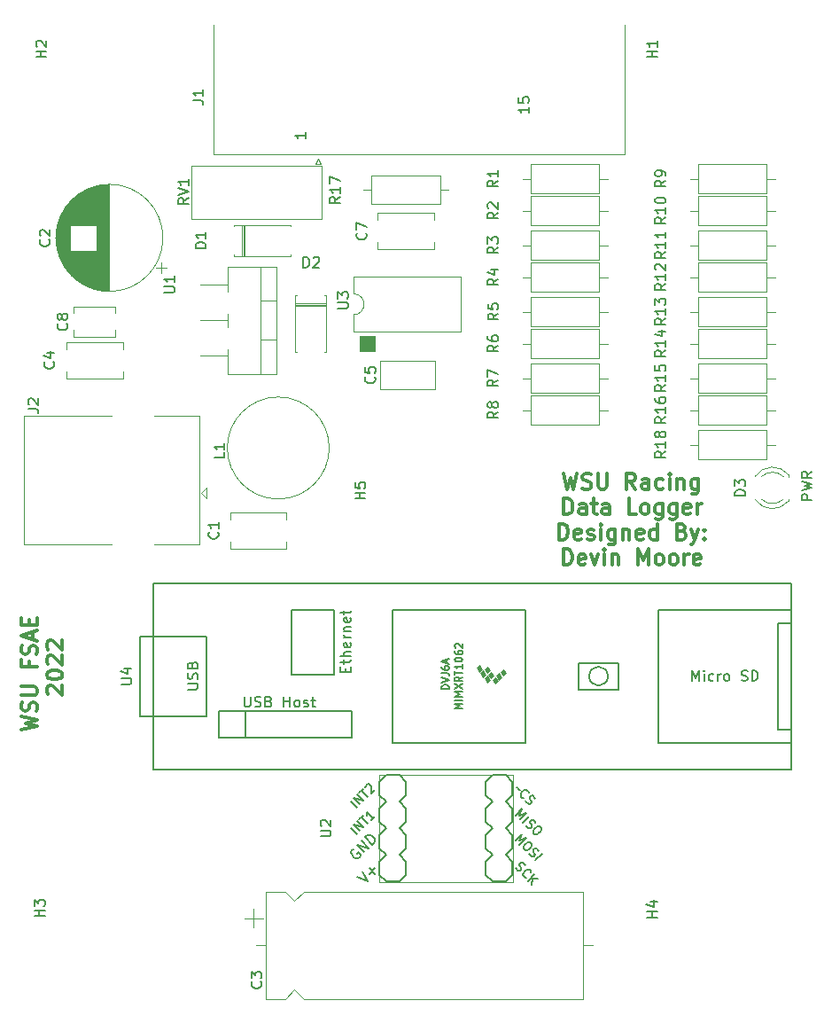
<source format=gbr>
%TF.GenerationSoftware,KiCad,Pcbnew,(6.0.1)*%
%TF.CreationDate,2022-03-26T18:04:58-07:00*%
%TF.ProjectId,data_logger_wsu_racing_v0.3.kicad_pro,64617461-5f6c-46f6-9767-65725f777375,rev?*%
%TF.SameCoordinates,Original*%
%TF.FileFunction,Legend,Top*%
%TF.FilePolarity,Positive*%
%FSLAX46Y46*%
G04 Gerber Fmt 4.6, Leading zero omitted, Abs format (unit mm)*
G04 Created by KiCad (PCBNEW (6.0.1)) date 2022-03-26 18:04:58*
%MOMM*%
%LPD*%
G01*
G04 APERTURE LIST*
%ADD10C,0.150000*%
%ADD11C,0.300000*%
%ADD12C,0.152400*%
%ADD13C,0.120000*%
%ADD14C,0.203200*%
%ADD15C,0.100000*%
%ADD16R,1.600000X1.600000*%
G04 APERTURE END LIST*
D10*
X126436380Y-77851751D02*
X125436380Y-77851751D01*
X125436380Y-77470798D01*
X125484000Y-77375560D01*
X125531619Y-77327941D01*
X125626857Y-77280322D01*
X125769714Y-77280322D01*
X125864952Y-77327941D01*
X125912571Y-77375560D01*
X125960190Y-77470798D01*
X125960190Y-77851751D01*
X125436380Y-76946989D02*
X126436380Y-76708894D01*
X125722095Y-76518418D01*
X126436380Y-76327941D01*
X125436380Y-76089846D01*
X126436380Y-75137465D02*
X125960190Y-75470798D01*
X126436380Y-75708894D02*
X125436380Y-75708894D01*
X125436380Y-75327941D01*
X125484000Y-75232703D01*
X125531619Y-75185084D01*
X125626857Y-75137465D01*
X125769714Y-75137465D01*
X125864952Y-75185084D01*
X125912571Y-75232703D01*
X125960190Y-75327941D01*
X125960190Y-75708894D01*
X78049380Y-42767285D02*
X78049380Y-43338714D01*
X78049380Y-43053000D02*
X77049380Y-43053000D01*
X77192238Y-43148238D01*
X77287476Y-43243476D01*
X77335095Y-43338714D01*
D11*
X102720000Y-75312071D02*
X103077142Y-76812071D01*
X103362857Y-75740642D01*
X103648571Y-76812071D01*
X104005714Y-75312071D01*
X104505714Y-76740642D02*
X104720000Y-76812071D01*
X105077142Y-76812071D01*
X105220000Y-76740642D01*
X105291428Y-76669214D01*
X105362857Y-76526357D01*
X105362857Y-76383500D01*
X105291428Y-76240642D01*
X105220000Y-76169214D01*
X105077142Y-76097785D01*
X104791428Y-76026357D01*
X104648571Y-75954928D01*
X104577142Y-75883500D01*
X104505714Y-75740642D01*
X104505714Y-75597785D01*
X104577142Y-75454928D01*
X104648571Y-75383500D01*
X104791428Y-75312071D01*
X105148571Y-75312071D01*
X105362857Y-75383500D01*
X106005714Y-75312071D02*
X106005714Y-76526357D01*
X106077142Y-76669214D01*
X106148571Y-76740642D01*
X106291428Y-76812071D01*
X106577142Y-76812071D01*
X106720000Y-76740642D01*
X106791428Y-76669214D01*
X106862857Y-76526357D01*
X106862857Y-75312071D01*
X109577142Y-76812071D02*
X109077142Y-76097785D01*
X108720000Y-76812071D02*
X108720000Y-75312071D01*
X109291428Y-75312071D01*
X109434285Y-75383500D01*
X109505714Y-75454928D01*
X109577142Y-75597785D01*
X109577142Y-75812071D01*
X109505714Y-75954928D01*
X109434285Y-76026357D01*
X109291428Y-76097785D01*
X108720000Y-76097785D01*
X110862857Y-76812071D02*
X110862857Y-76026357D01*
X110791428Y-75883500D01*
X110648571Y-75812071D01*
X110362857Y-75812071D01*
X110220000Y-75883500D01*
X110862857Y-76740642D02*
X110720000Y-76812071D01*
X110362857Y-76812071D01*
X110220000Y-76740642D01*
X110148571Y-76597785D01*
X110148571Y-76454928D01*
X110220000Y-76312071D01*
X110362857Y-76240642D01*
X110720000Y-76240642D01*
X110862857Y-76169214D01*
X112220000Y-76740642D02*
X112077142Y-76812071D01*
X111791428Y-76812071D01*
X111648571Y-76740642D01*
X111577142Y-76669214D01*
X111505714Y-76526357D01*
X111505714Y-76097785D01*
X111577142Y-75954928D01*
X111648571Y-75883500D01*
X111791428Y-75812071D01*
X112077142Y-75812071D01*
X112220000Y-75883500D01*
X112862857Y-76812071D02*
X112862857Y-75812071D01*
X112862857Y-75312071D02*
X112791428Y-75383500D01*
X112862857Y-75454928D01*
X112934285Y-75383500D01*
X112862857Y-75312071D01*
X112862857Y-75454928D01*
X113577142Y-75812071D02*
X113577142Y-76812071D01*
X113577142Y-75954928D02*
X113648571Y-75883500D01*
X113791428Y-75812071D01*
X114005714Y-75812071D01*
X114148571Y-75883500D01*
X114220000Y-76026357D01*
X114220000Y-76812071D01*
X115577142Y-75812071D02*
X115577142Y-77026357D01*
X115505714Y-77169214D01*
X115434285Y-77240642D01*
X115291428Y-77312071D01*
X115077142Y-77312071D01*
X114934285Y-77240642D01*
X115577142Y-76740642D02*
X115434285Y-76812071D01*
X115148571Y-76812071D01*
X115005714Y-76740642D01*
X114934285Y-76669214D01*
X114862857Y-76526357D01*
X114862857Y-76097785D01*
X114934285Y-75954928D01*
X115005714Y-75883500D01*
X115148571Y-75812071D01*
X115434285Y-75812071D01*
X115577142Y-75883500D01*
X102720000Y-79227071D02*
X102720000Y-77727071D01*
X103077142Y-77727071D01*
X103291428Y-77798500D01*
X103434285Y-77941357D01*
X103505714Y-78084214D01*
X103577142Y-78369928D01*
X103577142Y-78584214D01*
X103505714Y-78869928D01*
X103434285Y-79012785D01*
X103291428Y-79155642D01*
X103077142Y-79227071D01*
X102720000Y-79227071D01*
X104862857Y-79227071D02*
X104862857Y-78441357D01*
X104791428Y-78298500D01*
X104648571Y-78227071D01*
X104362857Y-78227071D01*
X104220000Y-78298500D01*
X104862857Y-79155642D02*
X104720000Y-79227071D01*
X104362857Y-79227071D01*
X104220000Y-79155642D01*
X104148571Y-79012785D01*
X104148571Y-78869928D01*
X104220000Y-78727071D01*
X104362857Y-78655642D01*
X104720000Y-78655642D01*
X104862857Y-78584214D01*
X105362857Y-78227071D02*
X105934285Y-78227071D01*
X105577142Y-77727071D02*
X105577142Y-79012785D01*
X105648571Y-79155642D01*
X105791428Y-79227071D01*
X105934285Y-79227071D01*
X107077142Y-79227071D02*
X107077142Y-78441357D01*
X107005714Y-78298500D01*
X106862857Y-78227071D01*
X106577142Y-78227071D01*
X106434285Y-78298500D01*
X107077142Y-79155642D02*
X106934285Y-79227071D01*
X106577142Y-79227071D01*
X106434285Y-79155642D01*
X106362857Y-79012785D01*
X106362857Y-78869928D01*
X106434285Y-78727071D01*
X106577142Y-78655642D01*
X106934285Y-78655642D01*
X107077142Y-78584214D01*
X109648571Y-79227071D02*
X108934285Y-79227071D01*
X108934285Y-77727071D01*
X110362857Y-79227071D02*
X110220000Y-79155642D01*
X110148571Y-79084214D01*
X110077142Y-78941357D01*
X110077142Y-78512785D01*
X110148571Y-78369928D01*
X110220000Y-78298500D01*
X110362857Y-78227071D01*
X110577142Y-78227071D01*
X110720000Y-78298500D01*
X110791428Y-78369928D01*
X110862857Y-78512785D01*
X110862857Y-78941357D01*
X110791428Y-79084214D01*
X110720000Y-79155642D01*
X110577142Y-79227071D01*
X110362857Y-79227071D01*
X112148571Y-78227071D02*
X112148571Y-79441357D01*
X112077142Y-79584214D01*
X112005714Y-79655642D01*
X111862857Y-79727071D01*
X111648571Y-79727071D01*
X111505714Y-79655642D01*
X112148571Y-79155642D02*
X112005714Y-79227071D01*
X111720000Y-79227071D01*
X111577142Y-79155642D01*
X111505714Y-79084214D01*
X111434285Y-78941357D01*
X111434285Y-78512785D01*
X111505714Y-78369928D01*
X111577142Y-78298500D01*
X111720000Y-78227071D01*
X112005714Y-78227071D01*
X112148571Y-78298500D01*
X113505714Y-78227071D02*
X113505714Y-79441357D01*
X113434285Y-79584214D01*
X113362857Y-79655642D01*
X113220000Y-79727071D01*
X113005714Y-79727071D01*
X112862857Y-79655642D01*
X113505714Y-79155642D02*
X113362857Y-79227071D01*
X113077142Y-79227071D01*
X112934285Y-79155642D01*
X112862857Y-79084214D01*
X112791428Y-78941357D01*
X112791428Y-78512785D01*
X112862857Y-78369928D01*
X112934285Y-78298500D01*
X113077142Y-78227071D01*
X113362857Y-78227071D01*
X113505714Y-78298500D01*
X114791428Y-79155642D02*
X114648571Y-79227071D01*
X114362857Y-79227071D01*
X114220000Y-79155642D01*
X114148571Y-79012785D01*
X114148571Y-78441357D01*
X114220000Y-78298500D01*
X114362857Y-78227071D01*
X114648571Y-78227071D01*
X114791428Y-78298500D01*
X114862857Y-78441357D01*
X114862857Y-78584214D01*
X114148571Y-78727071D01*
X115505714Y-79227071D02*
X115505714Y-78227071D01*
X115505714Y-78512785D02*
X115577142Y-78369928D01*
X115648571Y-78298500D01*
X115791428Y-78227071D01*
X115934285Y-78227071D01*
X102291428Y-81642071D02*
X102291428Y-80142071D01*
X102648571Y-80142071D01*
X102862857Y-80213500D01*
X103005714Y-80356357D01*
X103077142Y-80499214D01*
X103148571Y-80784928D01*
X103148571Y-80999214D01*
X103077142Y-81284928D01*
X103005714Y-81427785D01*
X102862857Y-81570642D01*
X102648571Y-81642071D01*
X102291428Y-81642071D01*
X104362857Y-81570642D02*
X104220000Y-81642071D01*
X103934285Y-81642071D01*
X103791428Y-81570642D01*
X103720000Y-81427785D01*
X103720000Y-80856357D01*
X103791428Y-80713500D01*
X103934285Y-80642071D01*
X104220000Y-80642071D01*
X104362857Y-80713500D01*
X104434285Y-80856357D01*
X104434285Y-80999214D01*
X103720000Y-81142071D01*
X105005714Y-81570642D02*
X105148571Y-81642071D01*
X105434285Y-81642071D01*
X105577142Y-81570642D01*
X105648571Y-81427785D01*
X105648571Y-81356357D01*
X105577142Y-81213500D01*
X105434285Y-81142071D01*
X105220000Y-81142071D01*
X105077142Y-81070642D01*
X105005714Y-80927785D01*
X105005714Y-80856357D01*
X105077142Y-80713500D01*
X105220000Y-80642071D01*
X105434285Y-80642071D01*
X105577142Y-80713500D01*
X106291428Y-81642071D02*
X106291428Y-80642071D01*
X106291428Y-80142071D02*
X106220000Y-80213500D01*
X106291428Y-80284928D01*
X106362857Y-80213500D01*
X106291428Y-80142071D01*
X106291428Y-80284928D01*
X107648571Y-80642071D02*
X107648571Y-81856357D01*
X107577142Y-81999214D01*
X107505714Y-82070642D01*
X107362857Y-82142071D01*
X107148571Y-82142071D01*
X107005714Y-82070642D01*
X107648571Y-81570642D02*
X107505714Y-81642071D01*
X107220000Y-81642071D01*
X107077142Y-81570642D01*
X107005714Y-81499214D01*
X106934285Y-81356357D01*
X106934285Y-80927785D01*
X107005714Y-80784928D01*
X107077142Y-80713500D01*
X107220000Y-80642071D01*
X107505714Y-80642071D01*
X107648571Y-80713500D01*
X108362857Y-80642071D02*
X108362857Y-81642071D01*
X108362857Y-80784928D02*
X108434285Y-80713500D01*
X108577142Y-80642071D01*
X108791428Y-80642071D01*
X108934285Y-80713500D01*
X109005714Y-80856357D01*
X109005714Y-81642071D01*
X110291428Y-81570642D02*
X110148571Y-81642071D01*
X109862857Y-81642071D01*
X109720000Y-81570642D01*
X109648571Y-81427785D01*
X109648571Y-80856357D01*
X109720000Y-80713500D01*
X109862857Y-80642071D01*
X110148571Y-80642071D01*
X110291428Y-80713500D01*
X110362857Y-80856357D01*
X110362857Y-80999214D01*
X109648571Y-81142071D01*
X111648571Y-81642071D02*
X111648571Y-80142071D01*
X111648571Y-81570642D02*
X111505714Y-81642071D01*
X111220000Y-81642071D01*
X111077142Y-81570642D01*
X111005714Y-81499214D01*
X110934285Y-81356357D01*
X110934285Y-80927785D01*
X111005714Y-80784928D01*
X111077142Y-80713500D01*
X111220000Y-80642071D01*
X111505714Y-80642071D01*
X111648571Y-80713500D01*
X114005714Y-80856357D02*
X114220000Y-80927785D01*
X114291428Y-80999214D01*
X114362857Y-81142071D01*
X114362857Y-81356357D01*
X114291428Y-81499214D01*
X114220000Y-81570642D01*
X114077142Y-81642071D01*
X113505714Y-81642071D01*
X113505714Y-80142071D01*
X114005714Y-80142071D01*
X114148571Y-80213500D01*
X114220000Y-80284928D01*
X114291428Y-80427785D01*
X114291428Y-80570642D01*
X114220000Y-80713500D01*
X114148571Y-80784928D01*
X114005714Y-80856357D01*
X113505714Y-80856357D01*
X114862857Y-80642071D02*
X115220000Y-81642071D01*
X115577142Y-80642071D02*
X115220000Y-81642071D01*
X115077142Y-81999214D01*
X115005714Y-82070642D01*
X114862857Y-82142071D01*
X116148571Y-81499214D02*
X116220000Y-81570642D01*
X116148571Y-81642071D01*
X116077142Y-81570642D01*
X116148571Y-81499214D01*
X116148571Y-81642071D01*
X116148571Y-80713500D02*
X116220000Y-80784928D01*
X116148571Y-80856357D01*
X116077142Y-80784928D01*
X116148571Y-80713500D01*
X116148571Y-80856357D01*
X102684285Y-84057071D02*
X102684285Y-82557071D01*
X103041428Y-82557071D01*
X103255714Y-82628500D01*
X103398571Y-82771357D01*
X103470000Y-82914214D01*
X103541428Y-83199928D01*
X103541428Y-83414214D01*
X103470000Y-83699928D01*
X103398571Y-83842785D01*
X103255714Y-83985642D01*
X103041428Y-84057071D01*
X102684285Y-84057071D01*
X104755714Y-83985642D02*
X104612857Y-84057071D01*
X104327142Y-84057071D01*
X104184285Y-83985642D01*
X104112857Y-83842785D01*
X104112857Y-83271357D01*
X104184285Y-83128500D01*
X104327142Y-83057071D01*
X104612857Y-83057071D01*
X104755714Y-83128500D01*
X104827142Y-83271357D01*
X104827142Y-83414214D01*
X104112857Y-83557071D01*
X105327142Y-83057071D02*
X105684285Y-84057071D01*
X106041428Y-83057071D01*
X106612857Y-84057071D02*
X106612857Y-83057071D01*
X106612857Y-82557071D02*
X106541428Y-82628500D01*
X106612857Y-82699928D01*
X106684285Y-82628500D01*
X106612857Y-82557071D01*
X106612857Y-82699928D01*
X107327142Y-83057071D02*
X107327142Y-84057071D01*
X107327142Y-83199928D02*
X107398571Y-83128500D01*
X107541428Y-83057071D01*
X107755714Y-83057071D01*
X107898571Y-83128500D01*
X107970000Y-83271357D01*
X107970000Y-84057071D01*
X109827142Y-84057071D02*
X109827142Y-82557071D01*
X110327142Y-83628500D01*
X110827142Y-82557071D01*
X110827142Y-84057071D01*
X111755714Y-84057071D02*
X111612857Y-83985642D01*
X111541428Y-83914214D01*
X111470000Y-83771357D01*
X111470000Y-83342785D01*
X111541428Y-83199928D01*
X111612857Y-83128500D01*
X111755714Y-83057071D01*
X111970000Y-83057071D01*
X112112857Y-83128500D01*
X112184285Y-83199928D01*
X112255714Y-83342785D01*
X112255714Y-83771357D01*
X112184285Y-83914214D01*
X112112857Y-83985642D01*
X111970000Y-84057071D01*
X111755714Y-84057071D01*
X113112857Y-84057071D02*
X112970000Y-83985642D01*
X112898571Y-83914214D01*
X112827142Y-83771357D01*
X112827142Y-83342785D01*
X112898571Y-83199928D01*
X112970000Y-83128500D01*
X113112857Y-83057071D01*
X113327142Y-83057071D01*
X113470000Y-83128500D01*
X113541428Y-83199928D01*
X113612857Y-83342785D01*
X113612857Y-83771357D01*
X113541428Y-83914214D01*
X113470000Y-83985642D01*
X113327142Y-84057071D01*
X113112857Y-84057071D01*
X114255714Y-84057071D02*
X114255714Y-83057071D01*
X114255714Y-83342785D02*
X114327142Y-83199928D01*
X114398571Y-83128500D01*
X114541428Y-83057071D01*
X114684285Y-83057071D01*
X115755714Y-83985642D02*
X115612857Y-84057071D01*
X115327142Y-84057071D01*
X115184285Y-83985642D01*
X115112857Y-83842785D01*
X115112857Y-83271357D01*
X115184285Y-83128500D01*
X115327142Y-83057071D01*
X115612857Y-83057071D01*
X115755714Y-83128500D01*
X115827142Y-83271357D01*
X115827142Y-83414214D01*
X115112857Y-83557071D01*
X50896046Y-99813546D02*
X52396046Y-99456403D01*
X51324617Y-99170689D01*
X52396046Y-98884974D01*
X50896046Y-98527831D01*
X52324617Y-98027831D02*
X52396046Y-97813546D01*
X52396046Y-97456403D01*
X52324617Y-97313546D01*
X52253189Y-97242117D01*
X52110332Y-97170689D01*
X51967475Y-97170689D01*
X51824617Y-97242117D01*
X51753189Y-97313546D01*
X51681760Y-97456403D01*
X51610332Y-97742117D01*
X51538903Y-97884974D01*
X51467475Y-97956403D01*
X51324617Y-98027831D01*
X51181760Y-98027831D01*
X51038903Y-97956403D01*
X50967475Y-97884974D01*
X50896046Y-97742117D01*
X50896046Y-97384974D01*
X50967475Y-97170689D01*
X50896046Y-96527831D02*
X52110332Y-96527831D01*
X52253189Y-96456403D01*
X52324617Y-96384974D01*
X52396046Y-96242117D01*
X52396046Y-95956403D01*
X52324617Y-95813546D01*
X52253189Y-95742117D01*
X52110332Y-95670689D01*
X50896046Y-95670689D01*
X51610332Y-93313546D02*
X51610332Y-93813546D01*
X52396046Y-93813546D02*
X50896046Y-93813546D01*
X50896046Y-93099260D01*
X52324617Y-92599260D02*
X52396046Y-92384974D01*
X52396046Y-92027831D01*
X52324617Y-91884974D01*
X52253189Y-91813546D01*
X52110332Y-91742117D01*
X51967475Y-91742117D01*
X51824617Y-91813546D01*
X51753189Y-91884974D01*
X51681760Y-92027831D01*
X51610332Y-92313546D01*
X51538903Y-92456403D01*
X51467475Y-92527831D01*
X51324617Y-92599260D01*
X51181760Y-92599260D01*
X51038903Y-92527831D01*
X50967475Y-92456403D01*
X50896046Y-92313546D01*
X50896046Y-91956403D01*
X50967475Y-91742117D01*
X51967475Y-91170689D02*
X51967475Y-90456403D01*
X52396046Y-91313546D02*
X50896046Y-90813546D01*
X52396046Y-90313546D01*
X51610332Y-89813546D02*
X51610332Y-89313546D01*
X52396046Y-89099260D02*
X52396046Y-89813546D01*
X50896046Y-89813546D01*
X50896046Y-89099260D01*
X53453903Y-96420689D02*
X53382475Y-96349260D01*
X53311046Y-96206403D01*
X53311046Y-95849260D01*
X53382475Y-95706403D01*
X53453903Y-95634974D01*
X53596760Y-95563546D01*
X53739617Y-95563546D01*
X53953903Y-95634974D01*
X54811046Y-96492117D01*
X54811046Y-95563546D01*
X53311046Y-94634974D02*
X53311046Y-94492117D01*
X53382475Y-94349260D01*
X53453903Y-94277831D01*
X53596760Y-94206403D01*
X53882475Y-94134974D01*
X54239617Y-94134974D01*
X54525332Y-94206403D01*
X54668189Y-94277831D01*
X54739617Y-94349260D01*
X54811046Y-94492117D01*
X54811046Y-94634974D01*
X54739617Y-94777831D01*
X54668189Y-94849260D01*
X54525332Y-94920689D01*
X54239617Y-94992117D01*
X53882475Y-94992117D01*
X53596760Y-94920689D01*
X53453903Y-94849260D01*
X53382475Y-94777831D01*
X53311046Y-94634974D01*
X53453903Y-93563546D02*
X53382475Y-93492117D01*
X53311046Y-93349260D01*
X53311046Y-92992117D01*
X53382475Y-92849260D01*
X53453903Y-92777831D01*
X53596760Y-92706403D01*
X53739617Y-92706403D01*
X53953903Y-92777831D01*
X54811046Y-93634974D01*
X54811046Y-92706403D01*
X53453903Y-92134974D02*
X53382475Y-92063546D01*
X53311046Y-91920689D01*
X53311046Y-91563546D01*
X53382475Y-91420689D01*
X53453903Y-91349260D01*
X53596760Y-91277831D01*
X53739617Y-91277831D01*
X53953903Y-91349260D01*
X54811046Y-92206403D01*
X54811046Y-91277831D01*
D10*
X99385380Y-40322476D02*
X99385380Y-40893904D01*
X99385380Y-40608190D02*
X98385380Y-40608190D01*
X98528238Y-40703428D01*
X98623476Y-40798666D01*
X98671095Y-40893904D01*
X98385380Y-39417714D02*
X98385380Y-39893904D01*
X98861571Y-39941523D01*
X98813952Y-39893904D01*
X98766333Y-39798666D01*
X98766333Y-39560571D01*
X98813952Y-39465333D01*
X98861571Y-39417714D01*
X98956809Y-39370095D01*
X99194904Y-39370095D01*
X99290142Y-39417714D01*
X99337761Y-39465333D01*
X99385380Y-39560571D01*
X99385380Y-39798666D01*
X99337761Y-39893904D01*
X99290142Y-39941523D01*
%TO.C,C3*%
X73763142Y-123864666D02*
X73810761Y-123912285D01*
X73858380Y-124055142D01*
X73858380Y-124150380D01*
X73810761Y-124293238D01*
X73715523Y-124388476D01*
X73620285Y-124436095D01*
X73429809Y-124483714D01*
X73286952Y-124483714D01*
X73096476Y-124436095D01*
X73001238Y-124388476D01*
X72906000Y-124293238D01*
X72858380Y-124150380D01*
X72858380Y-124055142D01*
X72906000Y-123912285D01*
X72953619Y-123864666D01*
X72858380Y-123531333D02*
X72858380Y-122912285D01*
X73239333Y-123245619D01*
X73239333Y-123102761D01*
X73286952Y-123007523D01*
X73334571Y-122959904D01*
X73429809Y-122912285D01*
X73667904Y-122912285D01*
X73763142Y-122959904D01*
X73810761Y-123007523D01*
X73858380Y-123102761D01*
X73858380Y-123388476D01*
X73810761Y-123483714D01*
X73763142Y-123531333D01*
%TO.C,R5*%
X96468212Y-60046248D02*
X95992022Y-60379582D01*
X96468212Y-60617677D02*
X95468212Y-60617677D01*
X95468212Y-60236724D01*
X95515832Y-60141486D01*
X95563451Y-60093867D01*
X95658689Y-60046248D01*
X95801546Y-60046248D01*
X95896784Y-60093867D01*
X95944403Y-60141486D01*
X95992022Y-60236724D01*
X95992022Y-60617677D01*
X95468212Y-59141486D02*
X95468212Y-59617677D01*
X95944403Y-59665296D01*
X95896784Y-59617677D01*
X95849165Y-59522439D01*
X95849165Y-59284343D01*
X95896784Y-59189105D01*
X95944403Y-59141486D01*
X96039641Y-59093867D01*
X96277736Y-59093867D01*
X96372974Y-59141486D01*
X96420593Y-59189105D01*
X96468212Y-59284343D01*
X96468212Y-59522439D01*
X96420593Y-59617677D01*
X96372974Y-59665296D01*
%TO.C,J1*%
X67270380Y-39703333D02*
X67984666Y-39703333D01*
X68127523Y-39750952D01*
X68222761Y-39846190D01*
X68270380Y-39989047D01*
X68270380Y-40084285D01*
X68270380Y-38703333D02*
X68270380Y-39274761D01*
X68270380Y-38989047D02*
X67270380Y-38989047D01*
X67413238Y-39084285D01*
X67508476Y-39179523D01*
X67556095Y-39274761D01*
%TO.C,D1*%
X68524380Y-53824095D02*
X67524380Y-53824095D01*
X67524380Y-53586000D01*
X67572000Y-53443142D01*
X67667238Y-53347904D01*
X67762476Y-53300285D01*
X67952952Y-53252666D01*
X68095809Y-53252666D01*
X68286285Y-53300285D01*
X68381523Y-53347904D01*
X68476761Y-53443142D01*
X68524380Y-53586000D01*
X68524380Y-53824095D01*
X68524380Y-52300285D02*
X68524380Y-52871714D01*
X68524380Y-52586000D02*
X67524380Y-52586000D01*
X67667238Y-52681238D01*
X67762476Y-52776476D01*
X67810095Y-52871714D01*
%TO.C,C5*%
X84627046Y-66099134D02*
X84674665Y-66146753D01*
X84722284Y-66289610D01*
X84722284Y-66384848D01*
X84674665Y-66527706D01*
X84579427Y-66622944D01*
X84484189Y-66670563D01*
X84293713Y-66718182D01*
X84150856Y-66718182D01*
X83960380Y-66670563D01*
X83865142Y-66622944D01*
X83769904Y-66527706D01*
X83722284Y-66384848D01*
X83722284Y-66289610D01*
X83769904Y-66146753D01*
X83817523Y-66099134D01*
X83722284Y-65194372D02*
X83722284Y-65670563D01*
X84198475Y-65718182D01*
X84150856Y-65670563D01*
X84103237Y-65575325D01*
X84103237Y-65337229D01*
X84150856Y-65241991D01*
X84198475Y-65194372D01*
X84293713Y-65146753D01*
X84531808Y-65146753D01*
X84627046Y-65194372D01*
X84674665Y-65241991D01*
X84722284Y-65337229D01*
X84722284Y-65575325D01*
X84674665Y-65670563D01*
X84627046Y-65718182D01*
%TO.C,R17*%
X81360764Y-48928317D02*
X80884574Y-49261650D01*
X81360764Y-49499745D02*
X80360764Y-49499745D01*
X80360764Y-49118793D01*
X80408384Y-49023555D01*
X80456003Y-48975936D01*
X80551241Y-48928317D01*
X80694098Y-48928317D01*
X80789336Y-48975936D01*
X80836955Y-49023555D01*
X80884574Y-49118793D01*
X80884574Y-49499745D01*
X81360764Y-47975936D02*
X81360764Y-48547364D01*
X81360764Y-48261650D02*
X80360764Y-48261650D01*
X80503622Y-48356888D01*
X80598860Y-48452126D01*
X80646479Y-48547364D01*
X80360764Y-47642602D02*
X80360764Y-46975936D01*
X81360764Y-47404507D01*
%TO.C,D3*%
X120067433Y-77446095D02*
X119067433Y-77446095D01*
X119067433Y-77208000D01*
X119115053Y-77065142D01*
X119210291Y-76969904D01*
X119305529Y-76922285D01*
X119496005Y-76874666D01*
X119638862Y-76874666D01*
X119829338Y-76922285D01*
X119924576Y-76969904D01*
X120019814Y-77065142D01*
X120067433Y-77208000D01*
X120067433Y-77446095D01*
X119067433Y-76541333D02*
X119067433Y-75922285D01*
X119448386Y-76255619D01*
X119448386Y-76112761D01*
X119496005Y-76017523D01*
X119543624Y-75969904D01*
X119638862Y-75922285D01*
X119876957Y-75922285D01*
X119972195Y-75969904D01*
X120019814Y-76017523D01*
X120067433Y-76112761D01*
X120067433Y-76398476D01*
X120019814Y-76493714D01*
X119972195Y-76541333D01*
%TO.C,R18*%
X112447433Y-73222439D02*
X111971243Y-73555772D01*
X112447433Y-73793867D02*
X111447433Y-73793867D01*
X111447433Y-73412915D01*
X111495053Y-73317677D01*
X111542672Y-73270058D01*
X111637910Y-73222439D01*
X111780767Y-73222439D01*
X111876005Y-73270058D01*
X111923624Y-73317677D01*
X111971243Y-73412915D01*
X111971243Y-73793867D01*
X112447433Y-72270058D02*
X112447433Y-72841486D01*
X112447433Y-72555772D02*
X111447433Y-72555772D01*
X111590291Y-72651010D01*
X111685529Y-72746248D01*
X111733148Y-72841486D01*
X111876005Y-71698629D02*
X111828386Y-71793867D01*
X111780767Y-71841486D01*
X111685529Y-71889105D01*
X111637910Y-71889105D01*
X111542672Y-71841486D01*
X111495053Y-71793867D01*
X111447433Y-71698629D01*
X111447433Y-71508153D01*
X111495053Y-71412915D01*
X111542672Y-71365296D01*
X111637910Y-71317677D01*
X111685529Y-71317677D01*
X111780767Y-71365296D01*
X111828386Y-71412915D01*
X111876005Y-71508153D01*
X111876005Y-71698629D01*
X111923624Y-71793867D01*
X111971243Y-71841486D01*
X112066481Y-71889105D01*
X112256957Y-71889105D01*
X112352195Y-71841486D01*
X112399814Y-71793867D01*
X112447433Y-71698629D01*
X112447433Y-71508153D01*
X112399814Y-71412915D01*
X112352195Y-71365296D01*
X112256957Y-71317677D01*
X112066481Y-71317677D01*
X111971243Y-71365296D01*
X111923624Y-71412915D01*
X111876005Y-71508153D01*
%TO.C,H2*%
X53284380Y-35559904D02*
X52284380Y-35559904D01*
X52760571Y-35559904D02*
X52760571Y-34988476D01*
X53284380Y-34988476D02*
X52284380Y-34988476D01*
X52379619Y-34559904D02*
X52332000Y-34512285D01*
X52284380Y-34417047D01*
X52284380Y-34178952D01*
X52332000Y-34083714D01*
X52379619Y-34036095D01*
X52474857Y-33988476D01*
X52570095Y-33988476D01*
X52712952Y-34036095D01*
X53284380Y-34607523D01*
X53284380Y-33988476D01*
%TO.C,R3*%
X96445433Y-53704780D02*
X95969243Y-54038114D01*
X96445433Y-54276209D02*
X95445433Y-54276209D01*
X95445433Y-53895256D01*
X95493053Y-53800018D01*
X95540672Y-53752399D01*
X95635910Y-53704780D01*
X95778767Y-53704780D01*
X95874005Y-53752399D01*
X95921624Y-53800018D01*
X95969243Y-53895256D01*
X95969243Y-54276209D01*
X95445433Y-53371447D02*
X95445433Y-52752399D01*
X95826386Y-53085733D01*
X95826386Y-52942875D01*
X95874005Y-52847637D01*
X95921624Y-52800018D01*
X96016862Y-52752399D01*
X96254957Y-52752399D01*
X96350195Y-52800018D01*
X96397814Y-52847637D01*
X96445433Y-52942875D01*
X96445433Y-53228590D01*
X96397814Y-53323828D01*
X96350195Y-53371447D01*
%TO.C,U2*%
X79462380Y-109981904D02*
X80271904Y-109981904D01*
X80367142Y-109934285D01*
X80414761Y-109886666D01*
X80462380Y-109791428D01*
X80462380Y-109600952D01*
X80414761Y-109505714D01*
X80367142Y-109458095D01*
X80271904Y-109410476D01*
X79462380Y-109410476D01*
X79557619Y-108981904D02*
X79510000Y-108934285D01*
X79462380Y-108839047D01*
X79462380Y-108600952D01*
X79510000Y-108505714D01*
X79557619Y-108458095D01*
X79652857Y-108410476D01*
X79748095Y-108410476D01*
X79890952Y-108458095D01*
X80462380Y-109029523D01*
X80462380Y-108410476D01*
D12*
X98189402Y-105285981D02*
X98247560Y-105285981D01*
X98334797Y-105315060D01*
X98392954Y-105489534D01*
X98480191Y-105518613D01*
X98538349Y-105518613D01*
X98887296Y-106332823D02*
X98829138Y-106332823D01*
X98712823Y-106274665D01*
X98654665Y-106216507D01*
X98596507Y-106100191D01*
X98596507Y-105983875D01*
X98625586Y-105896639D01*
X98712823Y-105751244D01*
X98800059Y-105664007D01*
X98945454Y-105576770D01*
X99032691Y-105547692D01*
X99149006Y-105547692D01*
X99265322Y-105605849D01*
X99323480Y-105664007D01*
X99381638Y-105780323D01*
X99381638Y-105838481D01*
X99090849Y-106594533D02*
X99149006Y-106710849D01*
X99294401Y-106856243D01*
X99381638Y-106885322D01*
X99439796Y-106885322D01*
X99527032Y-106856243D01*
X99585190Y-106798085D01*
X99614269Y-106710849D01*
X99614269Y-106652691D01*
X99585190Y-106565454D01*
X99497954Y-106420059D01*
X99468875Y-106332823D01*
X99468875Y-106274665D01*
X99497954Y-106187428D01*
X99556111Y-106129270D01*
X99643348Y-106100191D01*
X99701506Y-106100191D01*
X99788743Y-106129270D01*
X99934137Y-106274665D01*
X99992295Y-106390980D01*
D10*
X82673698Y-111183194D02*
X82572683Y-111216866D01*
X82471668Y-111317881D01*
X82404324Y-111452568D01*
X82404324Y-111587255D01*
X82437996Y-111688270D01*
X82539011Y-111856629D01*
X82640026Y-111957644D01*
X82808385Y-112058660D01*
X82909400Y-112092331D01*
X83044087Y-112092331D01*
X83178774Y-112024988D01*
X83246118Y-111957644D01*
X83313461Y-111822957D01*
X83313461Y-111755614D01*
X83077759Y-111519912D01*
X82943072Y-111654599D01*
X83683851Y-111519912D02*
X82976744Y-110812805D01*
X84087912Y-111115851D01*
X83380805Y-110408744D01*
X84424629Y-110779133D02*
X83717522Y-110072026D01*
X83885881Y-109903668D01*
X84020568Y-109836324D01*
X84155255Y-109836324D01*
X84256270Y-109869996D01*
X84424629Y-109971011D01*
X84525644Y-110072026D01*
X84626660Y-110240385D01*
X84660331Y-110341400D01*
X84660331Y-110476087D01*
X84592988Y-110610774D01*
X84424629Y-110779133D01*
D12*
X82947632Y-107240209D02*
X82336974Y-106629552D01*
X83238421Y-106949420D02*
X82627764Y-106338763D01*
X83587368Y-106600473D01*
X82976711Y-105989816D01*
X83180263Y-105786263D02*
X83529210Y-105437316D01*
X83965394Y-106222447D02*
X83354737Y-105611790D01*
X83761842Y-105321000D02*
X83761842Y-105262843D01*
X83790921Y-105175606D01*
X83936315Y-105030211D01*
X84023552Y-105001132D01*
X84081710Y-105001132D01*
X84168947Y-105030211D01*
X84227104Y-105088369D01*
X84285262Y-105204685D01*
X84285262Y-105902579D01*
X84663288Y-105524553D01*
D10*
X83013339Y-113824209D02*
X83956148Y-114295614D01*
X83484744Y-113352805D01*
X84158179Y-113554835D02*
X84696927Y-113016087D01*
X84696927Y-113554835D02*
X84158179Y-113016087D01*
D12*
X82947632Y-109780209D02*
X82336974Y-109169552D01*
X83238421Y-109489420D02*
X82627764Y-108878763D01*
X83587368Y-109140473D01*
X82976711Y-108529816D01*
X83180263Y-108326263D02*
X83529210Y-107977316D01*
X83965394Y-108762447D02*
X83354737Y-108151790D01*
X84663288Y-108064553D02*
X84314341Y-108413500D01*
X84488815Y-108239026D02*
X83878157Y-107628369D01*
X83907236Y-107773764D01*
X83907236Y-107890079D01*
X83878157Y-107977316D01*
X98129474Y-107977316D02*
X98740131Y-107366659D01*
X98507500Y-108006395D01*
X99147236Y-107773764D01*
X98536579Y-108384421D01*
X98827368Y-108675210D02*
X99438026Y-108064553D01*
X99118157Y-108907842D02*
X99176315Y-109024157D01*
X99321710Y-109169552D01*
X99408947Y-109198631D01*
X99467104Y-109198631D01*
X99554341Y-109169552D01*
X99612499Y-109111394D01*
X99641578Y-109024157D01*
X99641578Y-108966000D01*
X99612499Y-108878763D01*
X99525262Y-108733368D01*
X99496183Y-108646131D01*
X99496183Y-108587973D01*
X99525262Y-108500737D01*
X99583420Y-108442579D01*
X99670657Y-108413500D01*
X99728815Y-108413500D01*
X99816052Y-108442579D01*
X99961446Y-108587973D01*
X100019604Y-108704289D01*
X100426709Y-109053236D02*
X100543025Y-109169552D01*
X100572104Y-109256789D01*
X100572104Y-109373104D01*
X100484867Y-109518499D01*
X100281314Y-109722052D01*
X100135920Y-109809288D01*
X100019604Y-109809288D01*
X99932367Y-109780209D01*
X99816052Y-109663894D01*
X99786973Y-109576657D01*
X99786973Y-109460341D01*
X99874209Y-109314947D01*
X100077762Y-109111394D01*
X100223156Y-109024157D01*
X100339472Y-109024157D01*
X100426709Y-109053236D01*
X98123534Y-112993218D02*
X98181692Y-113109534D01*
X98327086Y-113254928D01*
X98414323Y-113284007D01*
X98472481Y-113284007D01*
X98559718Y-113254928D01*
X98617875Y-113196770D01*
X98646954Y-113109534D01*
X98646954Y-113051376D01*
X98617875Y-112964139D01*
X98530639Y-112818744D01*
X98501560Y-112731508D01*
X98501560Y-112673350D01*
X98530639Y-112586113D01*
X98588797Y-112527955D01*
X98676033Y-112498876D01*
X98734191Y-112498876D01*
X98821428Y-112527955D01*
X98966823Y-112673350D01*
X99024980Y-112789666D01*
X99112217Y-113923744D02*
X99054059Y-113923744D01*
X98937744Y-113865586D01*
X98879586Y-113807428D01*
X98821428Y-113691112D01*
X98821428Y-113574797D01*
X98850507Y-113487560D01*
X98937744Y-113342165D01*
X99024980Y-113254928D01*
X99170375Y-113167692D01*
X99257612Y-113138613D01*
X99373927Y-113138613D01*
X99490243Y-113196770D01*
X99548401Y-113254928D01*
X99606559Y-113371244D01*
X99606559Y-113429402D01*
X99315770Y-114243612D02*
X99926427Y-113632954D01*
X99664717Y-114592559D02*
X99751954Y-113981901D01*
X100275374Y-113981901D02*
X99577480Y-113981901D01*
X98097429Y-110358271D02*
X98708086Y-109747614D01*
X98475455Y-110387350D01*
X99115191Y-110154718D01*
X98504534Y-110765376D01*
X99522296Y-110561823D02*
X99638612Y-110678139D01*
X99667691Y-110765376D01*
X99667691Y-110881692D01*
X99580454Y-111027086D01*
X99376901Y-111230639D01*
X99231507Y-111317875D01*
X99115191Y-111317875D01*
X99027954Y-111288797D01*
X98911639Y-111172481D01*
X98882560Y-111085244D01*
X98882560Y-110968928D01*
X98969797Y-110823534D01*
X99173349Y-110619981D01*
X99318744Y-110532744D01*
X99435059Y-110532744D01*
X99522296Y-110561823D01*
X99435059Y-111637744D02*
X99493217Y-111754059D01*
X99638612Y-111899454D01*
X99725849Y-111928533D01*
X99784006Y-111928533D01*
X99871243Y-111899454D01*
X99929401Y-111841296D01*
X99958480Y-111754059D01*
X99958480Y-111695901D01*
X99929401Y-111608665D01*
X99842164Y-111463270D01*
X99813085Y-111376033D01*
X99813085Y-111317875D01*
X99842164Y-111230639D01*
X99900322Y-111172481D01*
X99987559Y-111143402D01*
X100045717Y-111143402D01*
X100132954Y-111172481D01*
X100278348Y-111317875D01*
X100336506Y-111434191D01*
X100016638Y-112277480D02*
X100627295Y-111666823D01*
D10*
%TO.C,H3*%
X53131980Y-117601904D02*
X52131980Y-117601904D01*
X52608171Y-117601904D02*
X52608171Y-117030476D01*
X53131980Y-117030476D02*
X52131980Y-117030476D01*
X52131980Y-116649523D02*
X52131980Y-116030476D01*
X52512933Y-116363809D01*
X52512933Y-116220952D01*
X52560552Y-116125714D01*
X52608171Y-116078095D01*
X52703409Y-116030476D01*
X52941504Y-116030476D01*
X53036742Y-116078095D01*
X53084361Y-116125714D01*
X53131980Y-116220952D01*
X53131980Y-116506666D01*
X53084361Y-116601904D01*
X53036742Y-116649523D01*
%TO.C,H4*%
X111653580Y-117703504D02*
X110653580Y-117703504D01*
X111129771Y-117703504D02*
X111129771Y-117132076D01*
X111653580Y-117132076D02*
X110653580Y-117132076D01*
X110986914Y-116227314D02*
X111653580Y-116227314D01*
X110605961Y-116465409D02*
X111320247Y-116703504D01*
X111320247Y-116084457D01*
%TO.C,R1*%
X96437163Y-47362704D02*
X95960973Y-47696038D01*
X96437163Y-47934133D02*
X95437163Y-47934133D01*
X95437163Y-47553180D01*
X95484783Y-47457942D01*
X95532402Y-47410323D01*
X95627640Y-47362704D01*
X95770497Y-47362704D01*
X95865735Y-47410323D01*
X95913354Y-47457942D01*
X95960973Y-47553180D01*
X95960973Y-47934133D01*
X96437163Y-46410323D02*
X96437163Y-46981752D01*
X96437163Y-46696038D02*
X95437163Y-46696038D01*
X95580021Y-46791276D01*
X95675259Y-46886514D01*
X95722878Y-46981752D01*
%TO.C,R2*%
X96445433Y-50400028D02*
X95969243Y-50733362D01*
X96445433Y-50971457D02*
X95445433Y-50971457D01*
X95445433Y-50590504D01*
X95493053Y-50495266D01*
X95540672Y-50447647D01*
X95635910Y-50400028D01*
X95778767Y-50400028D01*
X95874005Y-50447647D01*
X95921624Y-50495266D01*
X95969243Y-50590504D01*
X95969243Y-50971457D01*
X95540672Y-50019076D02*
X95493053Y-49971457D01*
X95445433Y-49876219D01*
X95445433Y-49638123D01*
X95493053Y-49542885D01*
X95540672Y-49495266D01*
X95635910Y-49447647D01*
X95731148Y-49447647D01*
X95874005Y-49495266D01*
X96445433Y-50066695D01*
X96445433Y-49447647D01*
%TO.C,H1*%
X111653580Y-35559904D02*
X110653580Y-35559904D01*
X111129771Y-35559904D02*
X111129771Y-34988476D01*
X111653580Y-34988476D02*
X110653580Y-34988476D01*
X111653580Y-33988476D02*
X111653580Y-34559904D01*
X111653580Y-34274190D02*
X110653580Y-34274190D01*
X110796438Y-34369428D01*
X110891676Y-34464666D01*
X110939295Y-34559904D01*
%TO.C,R12*%
X112447433Y-57220439D02*
X111971243Y-57553772D01*
X112447433Y-57791867D02*
X111447433Y-57791867D01*
X111447433Y-57410915D01*
X111495053Y-57315677D01*
X111542672Y-57268058D01*
X111637910Y-57220439D01*
X111780767Y-57220439D01*
X111876005Y-57268058D01*
X111923624Y-57315677D01*
X111971243Y-57410915D01*
X111971243Y-57791867D01*
X112447433Y-56268058D02*
X112447433Y-56839486D01*
X112447433Y-56553772D02*
X111447433Y-56553772D01*
X111590291Y-56649010D01*
X111685529Y-56744248D01*
X111733148Y-56839486D01*
X111542672Y-55887105D02*
X111495053Y-55839486D01*
X111447433Y-55744248D01*
X111447433Y-55506153D01*
X111495053Y-55410915D01*
X111542672Y-55363296D01*
X111637910Y-55315677D01*
X111733148Y-55315677D01*
X111876005Y-55363296D01*
X112447433Y-55934724D01*
X112447433Y-55315677D01*
%TO.C,U4*%
X60412380Y-95446944D02*
X61221904Y-95446944D01*
X61317142Y-95399325D01*
X61364761Y-95351706D01*
X61412380Y-95256468D01*
X61412380Y-95065992D01*
X61364761Y-94970754D01*
X61317142Y-94923135D01*
X61221904Y-94875516D01*
X60412380Y-94875516D01*
X60745714Y-93970754D02*
X61412380Y-93970754D01*
X60364761Y-94208849D02*
X61079047Y-94446944D01*
X61079047Y-93827897D01*
X93026666Y-97768373D02*
X92326666Y-97768373D01*
X92826666Y-97535040D01*
X92326666Y-97301706D01*
X93026666Y-97301706D01*
X93026666Y-96968373D02*
X92326666Y-96968373D01*
X93026666Y-96635040D02*
X92326666Y-96635040D01*
X92826666Y-96401706D01*
X92326666Y-96168373D01*
X93026666Y-96168373D01*
X92326666Y-95901706D02*
X93026666Y-95435040D01*
X92326666Y-95435040D02*
X93026666Y-95901706D01*
X93026666Y-94768373D02*
X92693333Y-95001706D01*
X93026666Y-95168373D02*
X92326666Y-95168373D01*
X92326666Y-94901706D01*
X92360000Y-94835040D01*
X92393333Y-94801706D01*
X92460000Y-94768373D01*
X92560000Y-94768373D01*
X92626666Y-94801706D01*
X92660000Y-94835040D01*
X92693333Y-94901706D01*
X92693333Y-95168373D01*
X92326666Y-94568373D02*
X92326666Y-94168373D01*
X93026666Y-94368373D02*
X92326666Y-94368373D01*
X93026666Y-93568373D02*
X93026666Y-93968373D01*
X93026666Y-93768373D02*
X92326666Y-93768373D01*
X92426666Y-93835040D01*
X92493333Y-93901706D01*
X92526666Y-93968373D01*
X92326666Y-93135040D02*
X92326666Y-93068373D01*
X92360000Y-93001706D01*
X92393333Y-92968373D01*
X92460000Y-92935040D01*
X92593333Y-92901706D01*
X92760000Y-92901706D01*
X92893333Y-92935040D01*
X92960000Y-92968373D01*
X92993333Y-93001706D01*
X93026666Y-93068373D01*
X93026666Y-93135040D01*
X92993333Y-93201706D01*
X92960000Y-93235040D01*
X92893333Y-93268373D01*
X92760000Y-93301706D01*
X92593333Y-93301706D01*
X92460000Y-93268373D01*
X92393333Y-93235040D01*
X92360000Y-93201706D01*
X92326666Y-93135040D01*
X92326666Y-92301706D02*
X92326666Y-92435040D01*
X92360000Y-92501706D01*
X92393333Y-92535040D01*
X92493333Y-92601706D01*
X92626666Y-92635040D01*
X92893333Y-92635040D01*
X92960000Y-92601706D01*
X92993333Y-92568373D01*
X93026666Y-92501706D01*
X93026666Y-92368373D01*
X92993333Y-92301706D01*
X92960000Y-92268373D01*
X92893333Y-92235040D01*
X92726666Y-92235040D01*
X92660000Y-92268373D01*
X92626666Y-92301706D01*
X92593333Y-92368373D01*
X92593333Y-92501706D01*
X92626666Y-92568373D01*
X92660000Y-92601706D01*
X92726666Y-92635040D01*
X92393333Y-91968373D02*
X92360000Y-91935040D01*
X92326666Y-91868373D01*
X92326666Y-91701706D01*
X92360000Y-91635040D01*
X92393333Y-91601706D01*
X92460000Y-91568373D01*
X92526666Y-91568373D01*
X92626666Y-91601706D01*
X93026666Y-92001706D01*
X93026666Y-91568373D01*
X81843571Y-94265582D02*
X81843571Y-93932249D01*
X82367380Y-93789392D02*
X82367380Y-94265582D01*
X81367380Y-94265582D01*
X81367380Y-93789392D01*
X81700714Y-93503678D02*
X81700714Y-93122725D01*
X81367380Y-93360820D02*
X82224523Y-93360820D01*
X82319761Y-93313201D01*
X82367380Y-93217963D01*
X82367380Y-93122725D01*
X82367380Y-92789392D02*
X81367380Y-92789392D01*
X82367380Y-92360820D02*
X81843571Y-92360820D01*
X81748333Y-92408440D01*
X81700714Y-92503678D01*
X81700714Y-92646535D01*
X81748333Y-92741773D01*
X81795952Y-92789392D01*
X82319761Y-91503678D02*
X82367380Y-91598916D01*
X82367380Y-91789392D01*
X82319761Y-91884630D01*
X82224523Y-91932249D01*
X81843571Y-91932249D01*
X81748333Y-91884630D01*
X81700714Y-91789392D01*
X81700714Y-91598916D01*
X81748333Y-91503678D01*
X81843571Y-91456059D01*
X81938809Y-91456059D01*
X82034047Y-91932249D01*
X82367380Y-91027487D02*
X81700714Y-91027487D01*
X81891190Y-91027487D02*
X81795952Y-90979868D01*
X81748333Y-90932249D01*
X81700714Y-90837011D01*
X81700714Y-90741773D01*
X81700714Y-90408440D02*
X82367380Y-90408440D01*
X81795952Y-90408440D02*
X81748333Y-90360820D01*
X81700714Y-90265582D01*
X81700714Y-90122725D01*
X81748333Y-90027487D01*
X81843571Y-89979868D01*
X82367380Y-89979868D01*
X82319761Y-89122725D02*
X82367380Y-89217963D01*
X82367380Y-89408440D01*
X82319761Y-89503678D01*
X82224523Y-89551297D01*
X81843571Y-89551297D01*
X81748333Y-89503678D01*
X81700714Y-89408440D01*
X81700714Y-89217963D01*
X81748333Y-89122725D01*
X81843571Y-89075106D01*
X81938809Y-89075106D01*
X82034047Y-89551297D01*
X81700714Y-88789392D02*
X81700714Y-88408440D01*
X81367380Y-88646535D02*
X82224523Y-88646535D01*
X82319761Y-88598916D01*
X82367380Y-88503678D01*
X82367380Y-88408440D01*
X114990952Y-95137420D02*
X114990952Y-94137420D01*
X115324285Y-94851706D01*
X115657619Y-94137420D01*
X115657619Y-95137420D01*
X116133809Y-95137420D02*
X116133809Y-94470754D01*
X116133809Y-94137420D02*
X116086190Y-94185040D01*
X116133809Y-94232659D01*
X116181428Y-94185040D01*
X116133809Y-94137420D01*
X116133809Y-94232659D01*
X117038571Y-95089801D02*
X116943333Y-95137420D01*
X116752857Y-95137420D01*
X116657619Y-95089801D01*
X116610000Y-95042182D01*
X116562380Y-94946944D01*
X116562380Y-94661230D01*
X116610000Y-94565992D01*
X116657619Y-94518373D01*
X116752857Y-94470754D01*
X116943333Y-94470754D01*
X117038571Y-94518373D01*
X117467142Y-95137420D02*
X117467142Y-94470754D01*
X117467142Y-94661230D02*
X117514761Y-94565992D01*
X117562380Y-94518373D01*
X117657619Y-94470754D01*
X117752857Y-94470754D01*
X118229047Y-95137420D02*
X118133809Y-95089801D01*
X118086190Y-95042182D01*
X118038571Y-94946944D01*
X118038571Y-94661230D01*
X118086190Y-94565992D01*
X118133809Y-94518373D01*
X118229047Y-94470754D01*
X118371904Y-94470754D01*
X118467142Y-94518373D01*
X118514761Y-94565992D01*
X118562380Y-94661230D01*
X118562380Y-94946944D01*
X118514761Y-95042182D01*
X118467142Y-95089801D01*
X118371904Y-95137420D01*
X118229047Y-95137420D01*
X119705238Y-95089801D02*
X119848095Y-95137420D01*
X120086190Y-95137420D01*
X120181428Y-95089801D01*
X120229047Y-95042182D01*
X120276666Y-94946944D01*
X120276666Y-94851706D01*
X120229047Y-94756468D01*
X120181428Y-94708849D01*
X120086190Y-94661230D01*
X119895714Y-94613611D01*
X119800476Y-94565992D01*
X119752857Y-94518373D01*
X119705238Y-94423135D01*
X119705238Y-94327897D01*
X119752857Y-94232659D01*
X119800476Y-94185040D01*
X119895714Y-94137420D01*
X120133809Y-94137420D01*
X120276666Y-94185040D01*
X120705238Y-95137420D02*
X120705238Y-94137420D01*
X120943333Y-94137420D01*
X121086190Y-94185040D01*
X121181428Y-94280278D01*
X121229047Y-94375516D01*
X121276666Y-94565992D01*
X121276666Y-94708849D01*
X121229047Y-94899325D01*
X121181428Y-94994563D01*
X121086190Y-95089801D01*
X120943333Y-95137420D01*
X120705238Y-95137420D01*
X72204676Y-96626620D02*
X72204676Y-97436144D01*
X72252295Y-97531382D01*
X72299914Y-97579001D01*
X72395152Y-97626620D01*
X72585628Y-97626620D01*
X72680866Y-97579001D01*
X72728485Y-97531382D01*
X72776104Y-97436144D01*
X72776104Y-96626620D01*
X73204676Y-97579001D02*
X73347533Y-97626620D01*
X73585628Y-97626620D01*
X73680866Y-97579001D01*
X73728485Y-97531382D01*
X73776104Y-97436144D01*
X73776104Y-97340906D01*
X73728485Y-97245668D01*
X73680866Y-97198049D01*
X73585628Y-97150430D01*
X73395152Y-97102811D01*
X73299914Y-97055192D01*
X73252295Y-97007573D01*
X73204676Y-96912335D01*
X73204676Y-96817097D01*
X73252295Y-96721859D01*
X73299914Y-96674240D01*
X73395152Y-96626620D01*
X73633247Y-96626620D01*
X73776104Y-96674240D01*
X74538009Y-97102811D02*
X74680866Y-97150430D01*
X74728485Y-97198049D01*
X74776104Y-97293287D01*
X74776104Y-97436144D01*
X74728485Y-97531382D01*
X74680866Y-97579001D01*
X74585628Y-97626620D01*
X74204676Y-97626620D01*
X74204676Y-96626620D01*
X74538009Y-96626620D01*
X74633247Y-96674240D01*
X74680866Y-96721859D01*
X74728485Y-96817097D01*
X74728485Y-96912335D01*
X74680866Y-97007573D01*
X74633247Y-97055192D01*
X74538009Y-97102811D01*
X74204676Y-97102811D01*
X75966580Y-97626620D02*
X75966580Y-96626620D01*
X75966580Y-97102811D02*
X76538009Y-97102811D01*
X76538009Y-97626620D02*
X76538009Y-96626620D01*
X77157057Y-97626620D02*
X77061819Y-97579001D01*
X77014200Y-97531382D01*
X76966580Y-97436144D01*
X76966580Y-97150430D01*
X77014200Y-97055192D01*
X77061819Y-97007573D01*
X77157057Y-96959954D01*
X77299914Y-96959954D01*
X77395152Y-97007573D01*
X77442771Y-97055192D01*
X77490390Y-97150430D01*
X77490390Y-97436144D01*
X77442771Y-97531382D01*
X77395152Y-97579001D01*
X77299914Y-97626620D01*
X77157057Y-97626620D01*
X77871342Y-97579001D02*
X77966580Y-97626620D01*
X78157057Y-97626620D01*
X78252295Y-97579001D01*
X78299914Y-97483763D01*
X78299914Y-97436144D01*
X78252295Y-97340906D01*
X78157057Y-97293287D01*
X78014200Y-97293287D01*
X77918961Y-97245668D01*
X77871342Y-97150430D01*
X77871342Y-97102811D01*
X77918961Y-97007573D01*
X78014200Y-96959954D01*
X78157057Y-96959954D01*
X78252295Y-97007573D01*
X78585628Y-96959954D02*
X78966580Y-96959954D01*
X78728485Y-96626620D02*
X78728485Y-97483763D01*
X78776104Y-97579001D01*
X78871342Y-97626620D01*
X78966580Y-97626620D01*
X91756666Y-95888373D02*
X91056666Y-95888373D01*
X91056666Y-95721706D01*
X91090000Y-95621706D01*
X91156666Y-95555040D01*
X91223333Y-95521706D01*
X91356666Y-95488373D01*
X91456666Y-95488373D01*
X91590000Y-95521706D01*
X91656666Y-95555040D01*
X91723333Y-95621706D01*
X91756666Y-95721706D01*
X91756666Y-95888373D01*
X91056666Y-95288373D02*
X91756666Y-95055040D01*
X91056666Y-94821706D01*
X91056666Y-94388373D02*
X91556666Y-94388373D01*
X91656666Y-94421706D01*
X91723333Y-94488373D01*
X91756666Y-94588373D01*
X91756666Y-94655040D01*
X91056666Y-93755040D02*
X91056666Y-93888373D01*
X91090000Y-93955040D01*
X91123333Y-93988373D01*
X91223333Y-94055040D01*
X91356666Y-94088373D01*
X91623333Y-94088373D01*
X91690000Y-94055040D01*
X91723333Y-94021706D01*
X91756666Y-93955040D01*
X91756666Y-93821706D01*
X91723333Y-93755040D01*
X91690000Y-93721706D01*
X91623333Y-93688373D01*
X91456666Y-93688373D01*
X91390000Y-93721706D01*
X91356666Y-93755040D01*
X91323333Y-93821706D01*
X91323333Y-93955040D01*
X91356666Y-94021706D01*
X91390000Y-94055040D01*
X91456666Y-94088373D01*
X91556666Y-93421706D02*
X91556666Y-93088373D01*
X91756666Y-93488373D02*
X91056666Y-93255040D01*
X91756666Y-93021706D01*
X66762380Y-95946944D02*
X67571904Y-95946944D01*
X67667142Y-95899325D01*
X67714761Y-95851706D01*
X67762380Y-95756468D01*
X67762380Y-95565992D01*
X67714761Y-95470754D01*
X67667142Y-95423135D01*
X67571904Y-95375516D01*
X66762380Y-95375516D01*
X67714761Y-94946944D02*
X67762380Y-94804087D01*
X67762380Y-94565992D01*
X67714761Y-94470754D01*
X67667142Y-94423135D01*
X67571904Y-94375516D01*
X67476666Y-94375516D01*
X67381428Y-94423135D01*
X67333809Y-94470754D01*
X67286190Y-94565992D01*
X67238571Y-94756468D01*
X67190952Y-94851706D01*
X67143333Y-94899325D01*
X67048095Y-94946944D01*
X66952857Y-94946944D01*
X66857619Y-94899325D01*
X66810000Y-94851706D01*
X66762380Y-94756468D01*
X66762380Y-94518373D01*
X66810000Y-94375516D01*
X67238571Y-93613611D02*
X67286190Y-93470754D01*
X67333809Y-93423135D01*
X67429047Y-93375516D01*
X67571904Y-93375516D01*
X67667142Y-93423135D01*
X67714761Y-93470754D01*
X67762380Y-93565992D01*
X67762380Y-93946944D01*
X66762380Y-93946944D01*
X66762380Y-93613611D01*
X66810000Y-93518373D01*
X66857619Y-93470754D01*
X66952857Y-93423135D01*
X67048095Y-93423135D01*
X67143333Y-93470754D01*
X67190952Y-93518373D01*
X67238571Y-93613611D01*
X67238571Y-93946944D01*
%TO.C,C7*%
X83796142Y-52363666D02*
X83843761Y-52411285D01*
X83891380Y-52554142D01*
X83891380Y-52649380D01*
X83843761Y-52792238D01*
X83748523Y-52887476D01*
X83653285Y-52935095D01*
X83462809Y-52982714D01*
X83319952Y-52982714D01*
X83129476Y-52935095D01*
X83034238Y-52887476D01*
X82939000Y-52792238D01*
X82891380Y-52649380D01*
X82891380Y-52554142D01*
X82939000Y-52411285D01*
X82986619Y-52363666D01*
X82891380Y-52030333D02*
X82891380Y-51363666D01*
X83891380Y-51792238D01*
%TO.C,C8*%
X55225981Y-61022396D02*
X55273600Y-61070015D01*
X55321219Y-61212872D01*
X55321219Y-61308110D01*
X55273600Y-61450968D01*
X55178362Y-61546206D01*
X55083124Y-61593825D01*
X54892648Y-61641444D01*
X54749791Y-61641444D01*
X54559315Y-61593825D01*
X54464077Y-61546206D01*
X54368839Y-61450968D01*
X54321219Y-61308110D01*
X54321219Y-61212872D01*
X54368839Y-61070015D01*
X54416458Y-61022396D01*
X54749791Y-60450968D02*
X54702172Y-60546206D01*
X54654553Y-60593825D01*
X54559315Y-60641444D01*
X54511696Y-60641444D01*
X54416458Y-60593825D01*
X54368839Y-60546206D01*
X54321219Y-60450968D01*
X54321219Y-60260491D01*
X54368839Y-60165253D01*
X54416458Y-60117634D01*
X54511696Y-60070015D01*
X54559315Y-60070015D01*
X54654553Y-60117634D01*
X54702172Y-60165253D01*
X54749791Y-60260491D01*
X54749791Y-60450968D01*
X54797410Y-60546206D01*
X54845029Y-60593825D01*
X54940267Y-60641444D01*
X55130743Y-60641444D01*
X55225981Y-60593825D01*
X55273600Y-60546206D01*
X55321219Y-60450968D01*
X55321219Y-60260491D01*
X55273600Y-60165253D01*
X55225981Y-60117634D01*
X55130743Y-60070015D01*
X54940267Y-60070015D01*
X54845029Y-60117634D01*
X54797410Y-60165253D01*
X54749791Y-60260491D01*
%TO.C,U1*%
X64554746Y-58059467D02*
X65364270Y-58059467D01*
X65459508Y-58011848D01*
X65507127Y-57964229D01*
X65554746Y-57868991D01*
X65554746Y-57678515D01*
X65507127Y-57583277D01*
X65459508Y-57535658D01*
X65364270Y-57488039D01*
X64554746Y-57488039D01*
X65554746Y-56488039D02*
X65554746Y-57059467D01*
X65554746Y-56773753D02*
X64554746Y-56773753D01*
X64697604Y-56868991D01*
X64792842Y-56964229D01*
X64840461Y-57059467D01*
%TO.C,C2*%
X53524819Y-52998666D02*
X53572438Y-53046285D01*
X53620057Y-53189142D01*
X53620057Y-53284380D01*
X53572438Y-53427238D01*
X53477200Y-53522476D01*
X53381962Y-53570095D01*
X53191486Y-53617714D01*
X53048629Y-53617714D01*
X52858153Y-53570095D01*
X52762915Y-53522476D01*
X52667677Y-53427238D01*
X52620057Y-53284380D01*
X52620057Y-53189142D01*
X52667677Y-53046285D01*
X52715296Y-52998666D01*
X52715296Y-52617714D02*
X52667677Y-52570095D01*
X52620057Y-52474857D01*
X52620057Y-52236761D01*
X52667677Y-52141523D01*
X52715296Y-52093904D01*
X52810534Y-52046285D01*
X52905772Y-52046285D01*
X53048629Y-52093904D01*
X53620057Y-52665333D01*
X53620057Y-52046285D01*
%TO.C,C4*%
X53951142Y-64682666D02*
X53998761Y-64730285D01*
X54046380Y-64873142D01*
X54046380Y-64968380D01*
X53998761Y-65111238D01*
X53903523Y-65206476D01*
X53808285Y-65254095D01*
X53617809Y-65301714D01*
X53474952Y-65301714D01*
X53284476Y-65254095D01*
X53189238Y-65206476D01*
X53094000Y-65111238D01*
X53046380Y-64968380D01*
X53046380Y-64873142D01*
X53094000Y-64730285D01*
X53141619Y-64682666D01*
X53379714Y-63825523D02*
X54046380Y-63825523D01*
X52998761Y-64063619D02*
X53713047Y-64301714D01*
X53713047Y-63682666D01*
%TO.C,L1*%
X70302380Y-73318666D02*
X70302380Y-73794857D01*
X69302380Y-73794857D01*
X70302380Y-72461523D02*
X70302380Y-73032952D01*
X70302380Y-72747238D02*
X69302380Y-72747238D01*
X69445238Y-72842476D01*
X69540476Y-72937714D01*
X69588095Y-73032952D01*
%TO.C,R10*%
X112447433Y-50870439D02*
X111971243Y-51203772D01*
X112447433Y-51441867D02*
X111447433Y-51441867D01*
X111447433Y-51060915D01*
X111495053Y-50965677D01*
X111542672Y-50918058D01*
X111637910Y-50870439D01*
X111780767Y-50870439D01*
X111876005Y-50918058D01*
X111923624Y-50965677D01*
X111971243Y-51060915D01*
X111971243Y-51441867D01*
X112447433Y-49918058D02*
X112447433Y-50489486D01*
X112447433Y-50203772D02*
X111447433Y-50203772D01*
X111590291Y-50299010D01*
X111685529Y-50394248D01*
X111733148Y-50489486D01*
X111447433Y-49299010D02*
X111447433Y-49203772D01*
X111495053Y-49108534D01*
X111542672Y-49060915D01*
X111637910Y-49013296D01*
X111828386Y-48965677D01*
X112066481Y-48965677D01*
X112256957Y-49013296D01*
X112352195Y-49060915D01*
X112399814Y-49108534D01*
X112447433Y-49203772D01*
X112447433Y-49299010D01*
X112399814Y-49394248D01*
X112352195Y-49441867D01*
X112256957Y-49489486D01*
X112066481Y-49537105D01*
X111828386Y-49537105D01*
X111637910Y-49489486D01*
X111542672Y-49441867D01*
X111495053Y-49394248D01*
X111447433Y-49299010D01*
%TO.C,R4*%
X96445433Y-56744248D02*
X95969243Y-57077582D01*
X96445433Y-57315677D02*
X95445433Y-57315677D01*
X95445433Y-56934724D01*
X95493053Y-56839486D01*
X95540672Y-56791867D01*
X95635910Y-56744248D01*
X95778767Y-56744248D01*
X95874005Y-56791867D01*
X95921624Y-56839486D01*
X95969243Y-56934724D01*
X95969243Y-57315677D01*
X95778767Y-55887105D02*
X96445433Y-55887105D01*
X95397814Y-56125201D02*
X96112100Y-56363296D01*
X96112100Y-55744248D01*
%TO.C,R11*%
X112447433Y-54172439D02*
X111971243Y-54505772D01*
X112447433Y-54743867D02*
X111447433Y-54743867D01*
X111447433Y-54362915D01*
X111495053Y-54267677D01*
X111542672Y-54220058D01*
X111637910Y-54172439D01*
X111780767Y-54172439D01*
X111876005Y-54220058D01*
X111923624Y-54267677D01*
X111971243Y-54362915D01*
X111971243Y-54743867D01*
X112447433Y-53220058D02*
X112447433Y-53791486D01*
X112447433Y-53505772D02*
X111447433Y-53505772D01*
X111590291Y-53601010D01*
X111685529Y-53696248D01*
X111733148Y-53791486D01*
X112447433Y-52267677D02*
X112447433Y-52839105D01*
X112447433Y-52553391D02*
X111447433Y-52553391D01*
X111590291Y-52648629D01*
X111685529Y-52743867D01*
X111733148Y-52839105D01*
%TO.C,RV1*%
X66865231Y-49017238D02*
X66389041Y-49350571D01*
X66865231Y-49588666D02*
X65865231Y-49588666D01*
X65865231Y-49207714D01*
X65912851Y-49112476D01*
X65960470Y-49064857D01*
X66055708Y-49017238D01*
X66198565Y-49017238D01*
X66293803Y-49064857D01*
X66341422Y-49112476D01*
X66389041Y-49207714D01*
X66389041Y-49588666D01*
X65865231Y-48731523D02*
X66865231Y-48398190D01*
X65865231Y-48064857D01*
X66865231Y-47207714D02*
X66865231Y-47779142D01*
X66865231Y-47493428D02*
X65865231Y-47493428D01*
X66008089Y-47588666D01*
X66103327Y-47683904D01*
X66150946Y-47779142D01*
%TO.C,U3*%
X81113380Y-59562904D02*
X81922904Y-59562904D01*
X82018142Y-59515285D01*
X82065761Y-59467666D01*
X82113380Y-59372428D01*
X82113380Y-59181952D01*
X82065761Y-59086714D01*
X82018142Y-59039095D01*
X81922904Y-58991476D01*
X81113380Y-58991476D01*
X81113380Y-58610523D02*
X81113380Y-57991476D01*
X81494333Y-58324809D01*
X81494333Y-58181952D01*
X81541952Y-58086714D01*
X81589571Y-58039095D01*
X81684809Y-57991476D01*
X81922904Y-57991476D01*
X82018142Y-58039095D01*
X82065761Y-58086714D01*
X82113380Y-58181952D01*
X82113380Y-58467666D01*
X82065761Y-58562904D01*
X82018142Y-58610523D01*
%TO.C,D2*%
X77836791Y-55660683D02*
X77836791Y-54660683D01*
X78074887Y-54660683D01*
X78217744Y-54708303D01*
X78312982Y-54803541D01*
X78360601Y-54898779D01*
X78408220Y-55089255D01*
X78408220Y-55232112D01*
X78360601Y-55422588D01*
X78312982Y-55517826D01*
X78217744Y-55613064D01*
X78074887Y-55660683D01*
X77836791Y-55660683D01*
X78789172Y-54755922D02*
X78836791Y-54708303D01*
X78932029Y-54660683D01*
X79170125Y-54660683D01*
X79265363Y-54708303D01*
X79312982Y-54755922D01*
X79360601Y-54851160D01*
X79360601Y-54946398D01*
X79312982Y-55089255D01*
X78741553Y-55660683D01*
X79360601Y-55660683D01*
%TO.C,R15*%
X112447433Y-66872439D02*
X111971243Y-67205772D01*
X112447433Y-67443867D02*
X111447433Y-67443867D01*
X111447433Y-67062915D01*
X111495053Y-66967677D01*
X111542672Y-66920058D01*
X111637910Y-66872439D01*
X111780767Y-66872439D01*
X111876005Y-66920058D01*
X111923624Y-66967677D01*
X111971243Y-67062915D01*
X111971243Y-67443867D01*
X112447433Y-65920058D02*
X112447433Y-66491486D01*
X112447433Y-66205772D02*
X111447433Y-66205772D01*
X111590291Y-66301010D01*
X111685529Y-66396248D01*
X111733148Y-66491486D01*
X111447433Y-65015296D02*
X111447433Y-65491486D01*
X111923624Y-65539105D01*
X111876005Y-65491486D01*
X111828386Y-65396248D01*
X111828386Y-65158153D01*
X111876005Y-65062915D01*
X111923624Y-65015296D01*
X112018862Y-64967677D01*
X112256957Y-64967677D01*
X112352195Y-65015296D01*
X112399814Y-65062915D01*
X112447433Y-65158153D01*
X112447433Y-65396248D01*
X112399814Y-65491486D01*
X112352195Y-65539105D01*
%TO.C,C1*%
X69662596Y-80935333D02*
X69710215Y-80982952D01*
X69757834Y-81125809D01*
X69757834Y-81221047D01*
X69710215Y-81363905D01*
X69614977Y-81459143D01*
X69519739Y-81506762D01*
X69329263Y-81554381D01*
X69186406Y-81554381D01*
X68995930Y-81506762D01*
X68900692Y-81459143D01*
X68805454Y-81363905D01*
X68757834Y-81221047D01*
X68757834Y-81125809D01*
X68805454Y-80982952D01*
X68853073Y-80935333D01*
X69757834Y-79982952D02*
X69757834Y-80554381D01*
X69757834Y-80268667D02*
X68757834Y-80268667D01*
X68900692Y-80363905D01*
X68995930Y-80459143D01*
X69043549Y-80554381D01*
%TO.C,R7*%
X96420433Y-66397821D02*
X95944243Y-66731155D01*
X96420433Y-66969250D02*
X95420433Y-66969250D01*
X95420433Y-66588297D01*
X95468053Y-66493059D01*
X95515672Y-66445440D01*
X95610910Y-66397821D01*
X95753767Y-66397821D01*
X95849005Y-66445440D01*
X95896624Y-66493059D01*
X95944243Y-66588297D01*
X95944243Y-66969250D01*
X95420433Y-66064488D02*
X95420433Y-65397821D01*
X96420433Y-65826393D01*
%TO.C,H5*%
X83764380Y-77723904D02*
X82764380Y-77723904D01*
X83240571Y-77723904D02*
X83240571Y-77152476D01*
X83764380Y-77152476D02*
X82764380Y-77152476D01*
X82764380Y-76200095D02*
X82764380Y-76676285D01*
X83240571Y-76723904D01*
X83192952Y-76676285D01*
X83145333Y-76581047D01*
X83145333Y-76342952D01*
X83192952Y-76247714D01*
X83240571Y-76200095D01*
X83335809Y-76152476D01*
X83573904Y-76152476D01*
X83669142Y-76200095D01*
X83716761Y-76247714D01*
X83764380Y-76342952D01*
X83764380Y-76581047D01*
X83716761Y-76676285D01*
X83669142Y-76723904D01*
%TO.C,R6*%
X96445433Y-63095864D02*
X95969243Y-63429198D01*
X96445433Y-63667293D02*
X95445433Y-63667293D01*
X95445433Y-63286340D01*
X95493053Y-63191102D01*
X95540672Y-63143483D01*
X95635910Y-63095864D01*
X95778767Y-63095864D01*
X95874005Y-63143483D01*
X95921624Y-63191102D01*
X95969243Y-63286340D01*
X95969243Y-63667293D01*
X95445433Y-62238721D02*
X95445433Y-62429198D01*
X95493053Y-62524436D01*
X95540672Y-62572055D01*
X95683529Y-62667293D01*
X95874005Y-62714912D01*
X96254957Y-62714912D01*
X96350195Y-62667293D01*
X96397814Y-62619674D01*
X96445433Y-62524436D01*
X96445433Y-62333959D01*
X96397814Y-62238721D01*
X96350195Y-62191102D01*
X96254957Y-62143483D01*
X96016862Y-62143483D01*
X95921624Y-62191102D01*
X95874005Y-62238721D01*
X95826386Y-62333959D01*
X95826386Y-62524436D01*
X95874005Y-62619674D01*
X95921624Y-62667293D01*
X96016862Y-62714912D01*
%TO.C,R8*%
X96445433Y-69445821D02*
X95969243Y-69779155D01*
X96445433Y-70017250D02*
X95445433Y-70017250D01*
X95445433Y-69636297D01*
X95493053Y-69541059D01*
X95540672Y-69493440D01*
X95635910Y-69445821D01*
X95778767Y-69445821D01*
X95874005Y-69493440D01*
X95921624Y-69541059D01*
X95969243Y-69636297D01*
X95969243Y-70017250D01*
X95874005Y-68874393D02*
X95826386Y-68969631D01*
X95778767Y-69017250D01*
X95683529Y-69064869D01*
X95635910Y-69064869D01*
X95540672Y-69017250D01*
X95493053Y-68969631D01*
X95445433Y-68874393D01*
X95445433Y-68683916D01*
X95493053Y-68588678D01*
X95540672Y-68541059D01*
X95635910Y-68493440D01*
X95683529Y-68493440D01*
X95778767Y-68541059D01*
X95826386Y-68588678D01*
X95874005Y-68683916D01*
X95874005Y-68874393D01*
X95921624Y-68969631D01*
X95969243Y-69017250D01*
X96064481Y-69064869D01*
X96254957Y-69064869D01*
X96350195Y-69017250D01*
X96397814Y-68969631D01*
X96445433Y-68874393D01*
X96445433Y-68683916D01*
X96397814Y-68588678D01*
X96350195Y-68541059D01*
X96254957Y-68493440D01*
X96064481Y-68493440D01*
X95969243Y-68541059D01*
X95921624Y-68588678D01*
X95874005Y-68683916D01*
%TO.C,R14*%
X112447433Y-63570439D02*
X111971243Y-63903772D01*
X112447433Y-64141867D02*
X111447433Y-64141867D01*
X111447433Y-63760915D01*
X111495053Y-63665677D01*
X111542672Y-63618058D01*
X111637910Y-63570439D01*
X111780767Y-63570439D01*
X111876005Y-63618058D01*
X111923624Y-63665677D01*
X111971243Y-63760915D01*
X111971243Y-64141867D01*
X112447433Y-62618058D02*
X112447433Y-63189486D01*
X112447433Y-62903772D02*
X111447433Y-62903772D01*
X111590291Y-62999010D01*
X111685529Y-63094248D01*
X111733148Y-63189486D01*
X111780767Y-61760915D02*
X112447433Y-61760915D01*
X111399814Y-61999010D02*
X112114100Y-62237105D01*
X112114100Y-61618058D01*
%TO.C,R16*%
X112447433Y-69934439D02*
X111971243Y-70267772D01*
X112447433Y-70505867D02*
X111447433Y-70505867D01*
X111447433Y-70124915D01*
X111495053Y-70029677D01*
X111542672Y-69982058D01*
X111637910Y-69934439D01*
X111780767Y-69934439D01*
X111876005Y-69982058D01*
X111923624Y-70029677D01*
X111971243Y-70124915D01*
X111971243Y-70505867D01*
X112447433Y-68982058D02*
X112447433Y-69553486D01*
X112447433Y-69267772D02*
X111447433Y-69267772D01*
X111590291Y-69363010D01*
X111685529Y-69458248D01*
X111733148Y-69553486D01*
X111447433Y-68124915D02*
X111447433Y-68315391D01*
X111495053Y-68410629D01*
X111542672Y-68458248D01*
X111685529Y-68553486D01*
X111876005Y-68601105D01*
X112256957Y-68601105D01*
X112352195Y-68553486D01*
X112399814Y-68505867D01*
X112447433Y-68410629D01*
X112447433Y-68220153D01*
X112399814Y-68124915D01*
X112352195Y-68077296D01*
X112256957Y-68029677D01*
X112018862Y-68029677D01*
X111923624Y-68077296D01*
X111876005Y-68124915D01*
X111828386Y-68220153D01*
X111828386Y-68410629D01*
X111876005Y-68505867D01*
X111923624Y-68553486D01*
X112018862Y-68601105D01*
%TO.C,J2*%
X51522380Y-69167333D02*
X52236666Y-69167333D01*
X52379523Y-69214952D01*
X52474761Y-69310190D01*
X52522380Y-69453047D01*
X52522380Y-69548285D01*
X51617619Y-68738761D02*
X51570000Y-68691142D01*
X51522380Y-68595904D01*
X51522380Y-68357809D01*
X51570000Y-68262571D01*
X51617619Y-68214952D01*
X51712857Y-68167333D01*
X51808095Y-68167333D01*
X51950952Y-68214952D01*
X52522380Y-68786380D01*
X52522380Y-68167333D01*
%TO.C,R13*%
X112447433Y-60522439D02*
X111971243Y-60855772D01*
X112447433Y-61093867D02*
X111447433Y-61093867D01*
X111447433Y-60712915D01*
X111495053Y-60617677D01*
X111542672Y-60570058D01*
X111637910Y-60522439D01*
X111780767Y-60522439D01*
X111876005Y-60570058D01*
X111923624Y-60617677D01*
X111971243Y-60712915D01*
X111971243Y-61093867D01*
X112447433Y-59570058D02*
X112447433Y-60141486D01*
X112447433Y-59855772D02*
X111447433Y-59855772D01*
X111590291Y-59951010D01*
X111685529Y-60046248D01*
X111733148Y-60141486D01*
X111447433Y-59236724D02*
X111447433Y-58617677D01*
X111828386Y-58951010D01*
X111828386Y-58808153D01*
X111876005Y-58712915D01*
X111923624Y-58665296D01*
X112018862Y-58617677D01*
X112256957Y-58617677D01*
X112352195Y-58665296D01*
X112399814Y-58712915D01*
X112447433Y-58808153D01*
X112447433Y-59093867D01*
X112399814Y-59189105D01*
X112352195Y-59236724D01*
%TO.C,R9*%
X112447433Y-47346248D02*
X111971243Y-47679582D01*
X112447433Y-47917677D02*
X111447433Y-47917677D01*
X111447433Y-47536724D01*
X111495053Y-47441486D01*
X111542672Y-47393867D01*
X111637910Y-47346248D01*
X111780767Y-47346248D01*
X111876005Y-47393867D01*
X111923624Y-47441486D01*
X111971243Y-47536724D01*
X111971243Y-47917677D01*
X112447433Y-46870058D02*
X112447433Y-46679582D01*
X112399814Y-46584343D01*
X112352195Y-46536724D01*
X112209338Y-46441486D01*
X112018862Y-46393867D01*
X111637910Y-46393867D01*
X111542672Y-46441486D01*
X111495053Y-46489105D01*
X111447433Y-46584343D01*
X111447433Y-46774820D01*
X111495053Y-46870058D01*
X111542672Y-46917677D01*
X111637910Y-46965296D01*
X111876005Y-46965296D01*
X111971243Y-46917677D01*
X112018862Y-46870058D01*
X112066481Y-46774820D01*
X112066481Y-46584343D01*
X112018862Y-46489105D01*
X111971243Y-46441486D01*
X111876005Y-46393867D01*
D13*
%TO.C,C3*%
X76988000Y-116176000D02*
X77888000Y-115276000D01*
X76088000Y-125516000D02*
X76988000Y-124616000D01*
X76088000Y-115276000D02*
X76988000Y-116176000D01*
X77888000Y-125516000D02*
X104528000Y-125516000D01*
X105468000Y-120396000D02*
X104528000Y-120396000D01*
X76988000Y-124616000D02*
X77888000Y-125516000D01*
X73348000Y-120396000D02*
X74288000Y-120396000D01*
X104528000Y-115276000D02*
X104528000Y-125516000D01*
X73088000Y-116896000D02*
X73088000Y-118696000D01*
X74288000Y-115276000D02*
X76088000Y-115276000D01*
X74288000Y-125516000D02*
X76088000Y-125516000D01*
X77888000Y-115276000D02*
X104528000Y-115276000D01*
X72188000Y-117796000D02*
X73988000Y-117796000D01*
X74288000Y-115276000D02*
X74288000Y-125516000D01*
%TO.C,R5*%
X98811053Y-59879582D02*
X99581053Y-59879582D01*
X106891053Y-59879582D02*
X106121053Y-59879582D01*
X106121053Y-61249582D02*
X106121053Y-58509582D01*
X99581053Y-61249582D02*
X106121053Y-61249582D01*
X106121053Y-58509582D02*
X99581053Y-58509582D01*
X99581053Y-58509582D02*
X99581053Y-61249582D01*
%TO.C,J1*%
X108580000Y-44850331D02*
X69260000Y-44850331D01*
X79475000Y-45744669D02*
X78975000Y-45744669D01*
X78975000Y-45744669D02*
X79225000Y-45311656D01*
X79225000Y-45311656D02*
X79475000Y-45744669D01*
X69260000Y-44850331D02*
X69260000Y-32510331D01*
X108580000Y-32510331D02*
X108580000Y-44850331D01*
%TO.C,D1*%
X71194000Y-54556000D02*
X76634000Y-54556000D01*
X72214000Y-51616000D02*
X72214000Y-54556000D01*
X71194000Y-51616000D02*
X76634000Y-51616000D01*
X76634000Y-51616000D02*
X76634000Y-51746000D01*
X71194000Y-54426000D02*
X71194000Y-54556000D01*
X72094000Y-51616000D02*
X72094000Y-54556000D01*
X71194000Y-51746000D02*
X71194000Y-51616000D01*
X71974000Y-51616000D02*
X71974000Y-54556000D01*
X76634000Y-54556000D02*
X76634000Y-54426000D01*
%TO.C,C5*%
X85148021Y-67302468D02*
X85148021Y-64562468D01*
X90388021Y-64562468D02*
X85148021Y-64562468D01*
X90388021Y-67302468D02*
X85148021Y-67302468D01*
X90388021Y-67302468D02*
X90388021Y-64562468D01*
%TO.C,R17*%
X90900000Y-46890000D02*
X84360000Y-46890000D01*
X84360000Y-46890000D02*
X84360000Y-49630000D01*
X90900000Y-49630000D02*
X90900000Y-46890000D01*
X83590000Y-48260000D02*
X84360000Y-48260000D01*
X84360000Y-49630000D02*
X90900000Y-49630000D01*
X91670000Y-48260000D02*
X90900000Y-48260000D01*
%TO.C,D3*%
X124223053Y-75628000D02*
X124223053Y-75472000D01*
X124223053Y-77944000D02*
X124223053Y-77788000D01*
X123704014Y-75628000D02*
G75*
G03*
X121621923Y-75628163I-1040961J-1080000D01*
G01*
X121621923Y-77787837D02*
G75*
G03*
X123704014Y-77788000I1041130J1079837D01*
G01*
X120990718Y-77786608D02*
G75*
G03*
X124223053Y-77943516I1672335J1078609D01*
G01*
X124223053Y-75472484D02*
G75*
G03*
X120990718Y-75629392I-1560000J-1235517D01*
G01*
%TO.C,R18*%
X122123053Y-73949582D02*
X122123053Y-71209582D01*
X114813053Y-72579582D02*
X115583053Y-72579582D01*
X115583053Y-71209582D02*
X115583053Y-73949582D01*
X122893053Y-72579582D02*
X122123053Y-72579582D01*
X122123053Y-71209582D02*
X115583053Y-71209582D01*
X115583053Y-73949582D02*
X122123053Y-73949582D01*
%TO.C,R3*%
X106891053Y-53529582D02*
X106121053Y-53529582D01*
X98811053Y-53529582D02*
X99581053Y-53529582D01*
X99581053Y-52159582D02*
X99581053Y-54899582D01*
X106121053Y-54899582D02*
X106121053Y-52159582D01*
X106121053Y-52159582D02*
X99581053Y-52159582D01*
X99581053Y-54899582D02*
X106121053Y-54899582D01*
D14*
%TO.C,U2*%
X95250000Y-113665000D02*
X95250000Y-112395000D01*
X95250000Y-107315000D02*
X95885000Y-106680000D01*
X85090000Y-113665000D02*
X85725000Y-114300000D01*
X97790000Y-113665000D02*
X97155000Y-114300000D01*
X85725000Y-109220000D02*
X85090000Y-108585000D01*
X85725000Y-104140000D02*
X86995000Y-104140000D01*
X97790000Y-111125000D02*
X97155000Y-111760000D01*
X86995000Y-109220000D02*
X87630000Y-109855000D01*
X85090000Y-104775000D02*
X85725000Y-104140000D01*
X97155000Y-106680000D02*
X97790000Y-107315000D01*
X87630000Y-111125000D02*
X86995000Y-111760000D01*
X87630000Y-108585000D02*
X86995000Y-109220000D01*
X85090000Y-108585000D02*
X85090000Y-107315000D01*
X87630000Y-104775000D02*
X87630000Y-106045000D01*
X85090000Y-106045000D02*
X85725000Y-106680000D01*
X85090000Y-113665000D02*
X85090000Y-112395000D01*
X97790000Y-104775000D02*
X97155000Y-104140000D01*
X85090000Y-112395000D02*
X85725000Y-111760000D01*
X95250000Y-109855000D02*
X95885000Y-109220000D01*
X85725000Y-111760000D02*
X85090000Y-111125000D01*
X86995000Y-104140000D02*
X87630000Y-104775000D01*
X97790000Y-106045000D02*
X97155000Y-106680000D01*
X95250000Y-106045000D02*
X95250000Y-104775000D01*
X86995000Y-106680000D02*
X87630000Y-106045000D01*
X95885000Y-114300000D02*
X95250000Y-113665000D01*
X87630000Y-107315000D02*
X87630000Y-108585000D01*
X95885000Y-104140000D02*
X95250000Y-104775000D01*
X85090000Y-111125000D02*
X85090000Y-109855000D01*
X86995000Y-111760000D02*
X87630000Y-112395000D01*
X85090000Y-106045000D02*
X85090000Y-104775000D01*
X95250000Y-108585000D02*
X95250000Y-107315000D01*
X85725000Y-114300000D02*
X86995000Y-114300000D01*
X97790000Y-104775000D02*
X97790000Y-106045000D01*
X85090000Y-109855000D02*
X85725000Y-109220000D01*
X95885000Y-109220000D02*
X95250000Y-108585000D01*
X86995000Y-106680000D02*
X87630000Y-107315000D01*
X95885000Y-106680000D02*
X95250000Y-106045000D01*
X97155000Y-109220000D02*
X97790000Y-109855000D01*
X86995000Y-114300000D02*
X87630000Y-113665000D01*
X97790000Y-109855000D02*
X97790000Y-111125000D01*
X95250000Y-111125000D02*
X95250000Y-109855000D01*
X87630000Y-112395000D02*
X87630000Y-113665000D01*
X87630000Y-109855000D02*
X87630000Y-111125000D01*
X97790000Y-112395000D02*
X97790000Y-113665000D01*
X85090000Y-107315000D02*
X85725000Y-106680000D01*
X95885000Y-111760000D02*
X95250000Y-112395000D01*
X97790000Y-112395000D02*
X97155000Y-111760000D01*
X97155000Y-114300000D02*
X95885000Y-114300000D01*
X97155000Y-104140000D02*
X95885000Y-104140000D01*
X95885000Y-111760000D02*
X95250000Y-111125000D01*
X97790000Y-108585000D02*
X97155000Y-109220000D01*
X97790000Y-107315000D02*
X97790000Y-108585000D01*
D13*
X85049479Y-114340521D02*
X97833980Y-114340521D01*
X97833980Y-114340521D02*
X97833980Y-104098738D01*
X97833980Y-104098738D02*
X85049479Y-104098738D01*
X85049479Y-104098738D02*
X85049479Y-114340521D01*
%TO.C,R1*%
X99581053Y-45809582D02*
X99581053Y-48549582D01*
X106891053Y-47179582D02*
X106121053Y-47179582D01*
X106121053Y-48549582D02*
X106121053Y-45809582D01*
X99581053Y-48549582D02*
X106121053Y-48549582D01*
X98811053Y-47179582D02*
X99581053Y-47179582D01*
X106121053Y-45809582D02*
X99581053Y-45809582D01*
%TO.C,R2*%
X106121053Y-48857582D02*
X99581053Y-48857582D01*
X106891053Y-50227582D02*
X106121053Y-50227582D01*
X99581053Y-48857582D02*
X99581053Y-51597582D01*
X106121053Y-51597582D02*
X106121053Y-48857582D01*
X99581053Y-51597582D02*
X106121053Y-51597582D01*
X98811053Y-50227582D02*
X99581053Y-50227582D01*
%TO.C,R12*%
X114813053Y-56577582D02*
X115583053Y-56577582D01*
X122893053Y-56577582D02*
X122123053Y-56577582D01*
X115583053Y-55207582D02*
X115583053Y-57947582D01*
X122123053Y-55207582D02*
X115583053Y-55207582D01*
X122123053Y-57947582D02*
X122123053Y-55207582D01*
X115583053Y-57947582D02*
X122123053Y-57947582D01*
D10*
%TO.C,U4*%
X82499200Y-97984240D02*
X82499200Y-100524240D01*
X76730000Y-94583440D02*
X80730000Y-94583440D01*
X99060000Y-101035040D02*
X99060000Y-88335040D01*
X99060000Y-88335040D02*
X86360000Y-88335040D01*
X82499200Y-100524240D02*
X69799200Y-100524240D01*
X107950000Y-93415040D02*
X107950000Y-95955040D01*
X107950000Y-95955040D02*
X104140000Y-95955040D01*
X62230000Y-90875040D02*
X63500000Y-90875040D01*
X111760000Y-101035040D02*
X124460000Y-101035040D01*
X86360000Y-88335040D02*
X86360000Y-101035040D01*
X63500000Y-85795040D02*
X124460000Y-85795040D01*
X104140000Y-95955040D02*
X104140000Y-93415040D01*
X86360000Y-101035040D02*
X99060000Y-101035040D01*
X104140000Y-93415040D02*
X107950000Y-93415040D01*
X76730000Y-88583440D02*
X76730000Y-94583440D01*
X124460000Y-103575040D02*
X63500000Y-103575040D01*
X68580000Y-90875040D02*
X63500000Y-90875040D01*
X63500000Y-98495040D02*
X62230000Y-98495040D01*
X62230000Y-98495040D02*
X62230000Y-90875040D01*
X80730000Y-88333440D02*
X76730000Y-88333440D01*
X69799200Y-97984240D02*
X72339200Y-97984240D01*
X72339200Y-97984240D02*
X72339200Y-100524240D01*
X76730000Y-88333440D02*
X76730000Y-88583440D01*
X123190000Y-89605040D02*
X123190000Y-99765040D01*
X68580000Y-98495040D02*
X68580000Y-90875040D01*
X63500000Y-103575040D02*
X63500000Y-85795040D01*
X68580000Y-98495040D02*
X63500000Y-98495040D01*
X69799200Y-100524240D02*
X69799200Y-97984240D01*
X124460000Y-89605040D02*
X123190000Y-89605040D01*
X80730000Y-94583440D02*
X80730000Y-88333440D01*
X124460000Y-88335040D02*
X111760000Y-88335040D01*
X69799200Y-97984240D02*
X82499200Y-97984240D01*
X124460000Y-85795040D02*
X124460000Y-103575040D01*
X123190000Y-99765040D02*
X124460000Y-99765040D01*
X111760000Y-88335040D02*
X111760000Y-101035040D01*
X106943026Y-94685040D02*
G75*
G03*
X106943026Y-94685040I-898026J0D01*
G01*
D15*
X96034000Y-94632040D02*
X95780000Y-94886040D01*
X95780000Y-94886040D02*
X95526000Y-94505040D01*
X95526000Y-94505040D02*
X95780000Y-94251040D01*
X95780000Y-94251040D02*
X96034000Y-94632040D01*
G36*
X96034000Y-94632040D02*
G01*
X95780000Y-94886040D01*
X95526000Y-94505040D01*
X95780000Y-94251040D01*
X96034000Y-94632040D01*
G37*
X96034000Y-94632040D02*
X95780000Y-94886040D01*
X95526000Y-94505040D01*
X95780000Y-94251040D01*
X96034000Y-94632040D01*
X97177000Y-94378040D02*
X96923000Y-94632040D01*
X96923000Y-94632040D02*
X96669000Y-94251040D01*
X96669000Y-94251040D02*
X96923000Y-93997040D01*
X96923000Y-93997040D02*
X97177000Y-94378040D01*
G36*
X97177000Y-94378040D02*
G01*
X96923000Y-94632040D01*
X96669000Y-94251040D01*
X96923000Y-93997040D01*
X97177000Y-94378040D01*
G37*
X97177000Y-94378040D02*
X96923000Y-94632040D01*
X96669000Y-94251040D01*
X96923000Y-93997040D01*
X97177000Y-94378040D01*
X95653000Y-94124040D02*
X95399000Y-94378040D01*
X95399000Y-94378040D02*
X95145000Y-93997040D01*
X95145000Y-93997040D02*
X95399000Y-93743040D01*
X95399000Y-93743040D02*
X95653000Y-94124040D01*
G36*
X95653000Y-94124040D02*
G01*
X95399000Y-94378040D01*
X95145000Y-93997040D01*
X95399000Y-93743040D01*
X95653000Y-94124040D01*
G37*
X95653000Y-94124040D02*
X95399000Y-94378040D01*
X95145000Y-93997040D01*
X95399000Y-93743040D01*
X95653000Y-94124040D01*
X96796000Y-94759040D02*
X96542000Y-95013040D01*
X96542000Y-95013040D02*
X96288000Y-94632040D01*
X96288000Y-94632040D02*
X96542000Y-94378040D01*
X96542000Y-94378040D02*
X96796000Y-94759040D01*
G36*
X96796000Y-94759040D02*
G01*
X96542000Y-95013040D01*
X96288000Y-94632040D01*
X96542000Y-94378040D01*
X96796000Y-94759040D01*
G37*
X96796000Y-94759040D02*
X96542000Y-95013040D01*
X96288000Y-94632040D01*
X96542000Y-94378040D01*
X96796000Y-94759040D01*
X94891000Y-93997040D02*
X94637000Y-94251040D01*
X94637000Y-94251040D02*
X94383000Y-93870040D01*
X94383000Y-93870040D02*
X94637000Y-93616040D01*
X94637000Y-93616040D02*
X94891000Y-93997040D01*
G36*
X94891000Y-93997040D02*
G01*
X94637000Y-94251040D01*
X94383000Y-93870040D01*
X94637000Y-93616040D01*
X94891000Y-93997040D01*
G37*
X94891000Y-93997040D02*
X94637000Y-94251040D01*
X94383000Y-93870040D01*
X94637000Y-93616040D01*
X94891000Y-93997040D01*
X95653000Y-95013040D02*
X95399000Y-95267040D01*
X95399000Y-95267040D02*
X95145000Y-94886040D01*
X95145000Y-94886040D02*
X95399000Y-94632040D01*
X95399000Y-94632040D02*
X95653000Y-95013040D01*
G36*
X95653000Y-95013040D02*
G01*
X95399000Y-95267040D01*
X95145000Y-94886040D01*
X95399000Y-94632040D01*
X95653000Y-95013040D01*
G37*
X95653000Y-95013040D02*
X95399000Y-95267040D01*
X95145000Y-94886040D01*
X95399000Y-94632040D01*
X95653000Y-95013040D01*
X95272000Y-94505040D02*
X95018000Y-94759040D01*
X95018000Y-94759040D02*
X94764000Y-94378040D01*
X94764000Y-94378040D02*
X95018000Y-94124040D01*
X95018000Y-94124040D02*
X95272000Y-94505040D01*
G36*
X95272000Y-94505040D02*
G01*
X95018000Y-94759040D01*
X94764000Y-94378040D01*
X95018000Y-94124040D01*
X95272000Y-94505040D01*
G37*
X95272000Y-94505040D02*
X95018000Y-94759040D01*
X94764000Y-94378040D01*
X95018000Y-94124040D01*
X95272000Y-94505040D01*
X96415000Y-95140040D02*
X96161000Y-95394040D01*
X96161000Y-95394040D02*
X95907000Y-95013040D01*
X95907000Y-95013040D02*
X96161000Y-94759040D01*
X96161000Y-94759040D02*
X96415000Y-95140040D01*
G36*
X96415000Y-95140040D02*
G01*
X96161000Y-95394040D01*
X95907000Y-95013040D01*
X96161000Y-94759040D01*
X96415000Y-95140040D01*
G37*
X96415000Y-95140040D02*
X96161000Y-95394040D01*
X95907000Y-95013040D01*
X96161000Y-94759040D01*
X96415000Y-95140040D01*
D13*
%TO.C,C7*%
X90300000Y-53252000D02*
X90300000Y-53918000D01*
X84960000Y-53252000D02*
X84960000Y-53918000D01*
X84960000Y-50476000D02*
X84960000Y-51142000D01*
X90300000Y-50476000D02*
X90300000Y-51142000D01*
X84960000Y-53918000D02*
X90300000Y-53918000D01*
X84960000Y-50476000D02*
X90300000Y-50476000D01*
%TO.C,C8*%
X55855161Y-62251165D02*
X59895161Y-62251165D01*
X55855161Y-59411165D02*
X55855161Y-60036165D01*
X55855161Y-61626165D02*
X55855161Y-62251165D01*
X59895161Y-61626165D02*
X59895161Y-62251165D01*
X59895161Y-59411165D02*
X59895161Y-60036165D01*
X55855161Y-59411165D02*
X59895161Y-59411165D01*
%TO.C,U1*%
X75282000Y-55585000D02*
X75282000Y-65826000D01*
X73773000Y-55585000D02*
X73773000Y-65826000D01*
X75282000Y-62556000D02*
X73773000Y-62556000D01*
X70641000Y-55585000D02*
X70641000Y-57941000D01*
X70641000Y-63471000D02*
X70641000Y-65826000D01*
X70641000Y-60706000D02*
X68027000Y-60706000D01*
X70641000Y-57306000D02*
X68011000Y-57306000D01*
X70641000Y-64106000D02*
X68027000Y-64106000D01*
X75282000Y-65826000D02*
X70641000Y-65826000D01*
X75282000Y-55585000D02*
X70641000Y-55585000D01*
X75282000Y-58856000D02*
X73773000Y-58856000D01*
X70641000Y-60071000D02*
X70641000Y-61341000D01*
%TO.C,C2*%
X56502677Y-57079000D02*
X56502677Y-54073000D01*
X57422677Y-57555000D02*
X57422677Y-54073000D01*
X54422677Y-54342000D02*
X54422677Y-51322000D01*
X56462677Y-57053000D02*
X56462677Y-54073000D01*
X57422677Y-51591000D02*
X57422677Y-48109000D01*
X56982677Y-51591000D02*
X56982677Y-48307000D01*
X57942677Y-57729000D02*
X57942677Y-54073000D01*
X56622677Y-51591000D02*
X56622677Y-48509000D01*
X56742677Y-51591000D02*
X56742677Y-48437000D01*
X55422677Y-56133000D02*
X55422677Y-49531000D01*
X57342677Y-57522000D02*
X57342677Y-54073000D01*
X57222677Y-57471000D02*
X57222677Y-54073000D01*
X59263677Y-57912000D02*
X59263677Y-47752000D01*
X56062677Y-51591000D02*
X56062677Y-48907000D01*
X54982677Y-55541000D02*
X54982677Y-50123000D01*
X55662677Y-56393000D02*
X55662677Y-54073000D01*
X55582677Y-56310000D02*
X55582677Y-54073000D01*
X57702677Y-57656000D02*
X57702677Y-54073000D01*
X56662677Y-51591000D02*
X56662677Y-48485000D01*
X54462677Y-54462000D02*
X54462677Y-51202000D01*
X56222677Y-56882000D02*
X56222677Y-54073000D01*
X58022677Y-57750000D02*
X58022677Y-54073000D01*
X58342677Y-57822000D02*
X58342677Y-47842000D01*
X56262677Y-51591000D02*
X56262677Y-48752000D01*
X55982677Y-56690000D02*
X55982677Y-54073000D01*
X56862677Y-57294000D02*
X56862677Y-54073000D01*
X54942677Y-55477000D02*
X54942677Y-50187000D01*
X59303677Y-57912000D02*
X59303677Y-47752000D01*
X55742677Y-56472000D02*
X55742677Y-54073000D01*
X54582677Y-54776000D02*
X54582677Y-50888000D01*
X57742677Y-51591000D02*
X57742677Y-47995000D01*
X56822677Y-51591000D02*
X56822677Y-48392000D01*
X57302677Y-57506000D02*
X57302677Y-54073000D01*
X54502677Y-54574000D02*
X54502677Y-51090000D01*
X56542677Y-57105000D02*
X56542677Y-54073000D01*
X54822677Y-55271000D02*
X54822677Y-50393000D01*
X58502677Y-57850000D02*
X58502677Y-47814000D01*
X59023677Y-57905000D02*
X59023677Y-47759000D01*
X58302677Y-57814000D02*
X58302677Y-47850000D01*
X54662677Y-54957000D02*
X54662677Y-50707000D01*
X58783677Y-57886000D02*
X58783677Y-47778000D01*
X57142677Y-51591000D02*
X57142677Y-48229000D01*
X59063677Y-57907000D02*
X59063677Y-47757000D01*
X58102677Y-57770000D02*
X58102677Y-47894000D01*
X54782677Y-55197000D02*
X54782677Y-50467000D01*
X55902677Y-56621000D02*
X55902677Y-54073000D01*
X57502677Y-51591000D02*
X57502677Y-48078000D01*
X56462677Y-51591000D02*
X56462677Y-48611000D01*
X58542677Y-57856000D02*
X58542677Y-47808000D01*
X54902677Y-55411000D02*
X54902677Y-50253000D01*
X56262677Y-56912000D02*
X56262677Y-54073000D01*
X55182677Y-55832000D02*
X55182677Y-49832000D01*
X58863677Y-57894000D02*
X58863677Y-47770000D01*
X55942677Y-51591000D02*
X55942677Y-49008000D01*
X57582677Y-57615000D02*
X57582677Y-54073000D01*
X55502677Y-56224000D02*
X55502677Y-49440000D01*
X57782677Y-57682000D02*
X57782677Y-54073000D01*
X57982677Y-57739000D02*
X57982677Y-54073000D01*
X59223677Y-57912000D02*
X59223677Y-47752000D01*
X59183677Y-57911000D02*
X59183677Y-47753000D01*
X59103677Y-57909000D02*
X59103677Y-47755000D01*
X55822677Y-51591000D02*
X55822677Y-49116000D01*
X58743677Y-57882000D02*
X58743677Y-47782000D01*
X56022677Y-56724000D02*
X56022677Y-54073000D01*
X58623677Y-57867000D02*
X58623677Y-47797000D01*
X56422677Y-57026000D02*
X56422677Y-54073000D01*
X57982677Y-51591000D02*
X57982677Y-47925000D01*
X57022677Y-57377000D02*
X57022677Y-54073000D01*
X56782677Y-57249000D02*
X56782677Y-54073000D01*
X54262677Y-53694000D02*
X54262677Y-51970000D01*
X57262677Y-51591000D02*
X57262677Y-48175000D01*
X55782677Y-51591000D02*
X55782677Y-49153000D01*
X56102677Y-56789000D02*
X56102677Y-54073000D01*
X54382677Y-54210000D02*
X54382677Y-51454000D01*
X55622677Y-56352000D02*
X55622677Y-54073000D01*
X58462677Y-57843000D02*
X58462677Y-47821000D01*
X55262677Y-55938000D02*
X55262677Y-49726000D01*
X57702677Y-51591000D02*
X57702677Y-48008000D01*
X57102677Y-57416000D02*
X57102677Y-54073000D01*
X57382677Y-57539000D02*
X57382677Y-54073000D01*
X55542677Y-56268000D02*
X55542677Y-49396000D01*
X56702677Y-51591000D02*
X56702677Y-48461000D01*
X55822677Y-56548000D02*
X55822677Y-54073000D01*
X56582677Y-57130000D02*
X56582677Y-54073000D01*
X55662677Y-51591000D02*
X55662677Y-49271000D01*
X58062677Y-57760000D02*
X58062677Y-47904000D01*
X59143677Y-57910000D02*
X59143677Y-47754000D01*
X56902677Y-57315000D02*
X56902677Y-54073000D01*
X57942677Y-51591000D02*
X57942677Y-47935000D01*
X58422677Y-57836000D02*
X58422677Y-47828000D01*
X57022677Y-51591000D02*
X57022677Y-48287000D01*
X56382677Y-56998000D02*
X56382677Y-54073000D01*
X57622677Y-51591000D02*
X57622677Y-48035000D01*
X57262677Y-57489000D02*
X57262677Y-54073000D01*
X55102677Y-55721000D02*
X55102677Y-49943000D01*
X55902677Y-51591000D02*
X55902677Y-49043000D01*
X56942677Y-51591000D02*
X56942677Y-48328000D01*
X55782677Y-56511000D02*
X55782677Y-54073000D01*
X55342677Y-56038000D02*
X55342677Y-49626000D01*
X55982677Y-51591000D02*
X55982677Y-48974000D01*
X57822677Y-57694000D02*
X57822677Y-54073000D01*
X54702677Y-55041000D02*
X54702677Y-50623000D01*
X56662677Y-57179000D02*
X56662677Y-54073000D01*
X56102677Y-51591000D02*
X56102677Y-48875000D01*
X57742677Y-57669000D02*
X57742677Y-54073000D01*
X55862677Y-56585000D02*
X55862677Y-54073000D01*
X58182677Y-57788000D02*
X58182677Y-47876000D01*
X55022677Y-55602000D02*
X55022677Y-50062000D01*
X56422677Y-51591000D02*
X56422677Y-48638000D01*
X57902677Y-51591000D02*
X57902677Y-47947000D01*
X58382677Y-57829000D02*
X58382677Y-47835000D01*
X57222677Y-51591000D02*
X57222677Y-48193000D01*
X58022677Y-51591000D02*
X58022677Y-47914000D01*
X57382677Y-51591000D02*
X57382677Y-48125000D01*
X57662677Y-51591000D02*
X57662677Y-48021000D01*
X64283323Y-56207000D02*
X64283323Y-55207000D01*
X57342677Y-51591000D02*
X57342677Y-48142000D01*
X54342677Y-54062000D02*
X54342677Y-51602000D01*
X58903677Y-57897000D02*
X58903677Y-47767000D01*
X57102677Y-51591000D02*
X57102677Y-48248000D01*
X64783323Y-55707000D02*
X63783323Y-55707000D01*
X58262677Y-57806000D02*
X58262677Y-47858000D01*
X57302677Y-51591000D02*
X57302677Y-48158000D01*
X56182677Y-51591000D02*
X56182677Y-48812000D01*
X55742677Y-51591000D02*
X55742677Y-49192000D01*
X56342677Y-56970000D02*
X56342677Y-54073000D01*
X57462677Y-57570000D02*
X57462677Y-54073000D01*
X54862677Y-55342000D02*
X54862677Y-50322000D01*
X57662677Y-57643000D02*
X57662677Y-54073000D01*
X58222677Y-57797000D02*
X58222677Y-47867000D01*
X55702677Y-56433000D02*
X55702677Y-54073000D01*
X57782677Y-51591000D02*
X57782677Y-47982000D01*
X56062677Y-56757000D02*
X56062677Y-54073000D01*
X56542677Y-51591000D02*
X56542677Y-48559000D01*
X55062677Y-55662000D02*
X55062677Y-50002000D01*
X58983677Y-57902000D02*
X58983677Y-47762000D01*
X57862677Y-57706000D02*
X57862677Y-54073000D01*
X57182677Y-51591000D02*
X57182677Y-48211000D01*
X56142677Y-56821000D02*
X56142677Y-54073000D01*
X56302677Y-51591000D02*
X56302677Y-48722000D01*
X56622677Y-57155000D02*
X56622677Y-54073000D01*
X56382677Y-51591000D02*
X56382677Y-48666000D01*
X58823677Y-57890000D02*
X58823677Y-47774000D01*
X56222677Y-51591000D02*
X56222677Y-48782000D01*
X57062677Y-57396000D02*
X57062677Y-54073000D01*
X55862677Y-51591000D02*
X55862677Y-49079000D01*
X54542677Y-54678000D02*
X54542677Y-50986000D01*
X57182677Y-57453000D02*
X57182677Y-54073000D01*
X57862677Y-51591000D02*
X57862677Y-47958000D01*
X57542677Y-57600000D02*
X57542677Y-54073000D01*
X54742677Y-55121000D02*
X54742677Y-50543000D01*
X55302677Y-55988000D02*
X55302677Y-49676000D01*
X57062677Y-51591000D02*
X57062677Y-48268000D01*
X57822677Y-51591000D02*
X57822677Y-47970000D01*
X57542677Y-51591000D02*
X57542677Y-48064000D01*
X55702677Y-51591000D02*
X55702677Y-49231000D01*
X56702677Y-57203000D02*
X56702677Y-54073000D01*
X55382677Y-56086000D02*
X55382677Y-49578000D01*
X56182677Y-56852000D02*
X56182677Y-54073000D01*
X58943677Y-57900000D02*
X58943677Y-47764000D01*
X55222677Y-55886000D02*
X55222677Y-49778000D01*
X56862677Y-51591000D02*
X56862677Y-48370000D01*
X56342677Y-51591000D02*
X56342677Y-48694000D01*
X55142677Y-55777000D02*
X55142677Y-49887000D01*
X56942677Y-57336000D02*
X56942677Y-54073000D01*
X57502677Y-57586000D02*
X57502677Y-54073000D01*
X57142677Y-57435000D02*
X57142677Y-54073000D01*
X58663677Y-57872000D02*
X58663677Y-47792000D01*
X57462677Y-51591000D02*
X57462677Y-48094000D01*
X58703677Y-57877000D02*
X58703677Y-47787000D01*
X56782677Y-51591000D02*
X56782677Y-48415000D01*
X58582677Y-57862000D02*
X58582677Y-47802000D01*
X56822677Y-57272000D02*
X56822677Y-54073000D01*
X55622677Y-51591000D02*
X55622677Y-49312000D01*
X54222677Y-53431000D02*
X54222677Y-52233000D01*
X57622677Y-57629000D02*
X57622677Y-54073000D01*
X56902677Y-51591000D02*
X56902677Y-48349000D01*
X55462677Y-56179000D02*
X55462677Y-49485000D01*
X55582677Y-51591000D02*
X55582677Y-49354000D01*
X56502677Y-51591000D02*
X56502677Y-48585000D01*
X58142677Y-57779000D02*
X58142677Y-47885000D01*
X56742677Y-57227000D02*
X56742677Y-54073000D01*
X54302677Y-53894000D02*
X54302677Y-51770000D01*
X55942677Y-56656000D02*
X55942677Y-54073000D01*
X57902677Y-57717000D02*
X57902677Y-54073000D01*
X56302677Y-56942000D02*
X56302677Y-54073000D01*
X56982677Y-57357000D02*
X56982677Y-54073000D01*
X57582677Y-51591000D02*
X57582677Y-48049000D01*
X56142677Y-51591000D02*
X56142677Y-48843000D01*
X54622677Y-54869000D02*
X54622677Y-50795000D01*
X56022677Y-51591000D02*
X56022677Y-48940000D01*
X56582677Y-51591000D02*
X56582677Y-48534000D01*
X64423677Y-52832000D02*
G75*
G03*
X64423677Y-52832000I-5120000J0D01*
G01*
%TO.C,C4*%
X60582000Y-62795000D02*
X60582000Y-63461000D01*
X55242000Y-66237000D02*
X60582000Y-66237000D01*
X55242000Y-65571000D02*
X55242000Y-66237000D01*
X55242000Y-62795000D02*
X60582000Y-62795000D01*
X60582000Y-65571000D02*
X60582000Y-66237000D01*
X55242000Y-62795000D02*
X55242000Y-63461000D01*
%TO.C,L1*%
X80308000Y-72898000D02*
G75*
G03*
X80308000Y-72898000I-4870000J0D01*
G01*
%TO.C,R10*%
X122123053Y-51597582D02*
X122123053Y-48857582D01*
X115583053Y-48857582D02*
X115583053Y-51597582D01*
X115583053Y-51597582D02*
X122123053Y-51597582D01*
X122123053Y-48857582D02*
X115583053Y-48857582D01*
X114813053Y-50227582D02*
X115583053Y-50227582D01*
X122893053Y-50227582D02*
X122123053Y-50227582D01*
%TO.C,R4*%
X99581053Y-57947582D02*
X106121053Y-57947582D01*
X99581053Y-55207582D02*
X99581053Y-57947582D01*
X106891053Y-56577582D02*
X106121053Y-56577582D01*
X106121053Y-57947582D02*
X106121053Y-55207582D01*
X106121053Y-55207582D02*
X99581053Y-55207582D01*
X98811053Y-56577582D02*
X99581053Y-56577582D01*
%TO.C,R11*%
X115583053Y-52159582D02*
X115583053Y-54899582D01*
X122893053Y-53529582D02*
X122123053Y-53529582D01*
X115583053Y-54899582D02*
X122123053Y-54899582D01*
X122123053Y-52159582D02*
X115583053Y-52159582D01*
X114813053Y-53529582D02*
X115583053Y-53529582D01*
X122123053Y-54899582D02*
X122123053Y-52159582D01*
%TO.C,RV1*%
X79580851Y-51054000D02*
X67134851Y-51054000D01*
X67134851Y-51054000D02*
X67134851Y-45974000D01*
X67134851Y-45974000D02*
X79580851Y-45974000D01*
X79580851Y-45974000D02*
X79580851Y-51054000D01*
%TO.C,U3*%
X82627000Y-61822000D02*
X92907000Y-61822000D01*
X92907000Y-61822000D02*
X92907000Y-56522000D01*
X92907000Y-56522000D02*
X82627000Y-56522000D01*
X82627000Y-60172000D02*
X82627000Y-61822000D01*
X82627000Y-56522000D02*
X82627000Y-58172000D01*
X82627000Y-60172000D02*
G75*
G03*
X82627000Y-58172000I0J1000000D01*
G01*
%TO.C,D2*%
X77196000Y-58318000D02*
X77066000Y-58318000D01*
X80006000Y-59338000D02*
X77066000Y-59338000D01*
X79876000Y-58318000D02*
X80006000Y-58318000D01*
X80006000Y-58318000D02*
X80006000Y-63758000D01*
X77066000Y-63758000D02*
X77196000Y-63758000D01*
X80006000Y-59218000D02*
X77066000Y-59218000D01*
X80006000Y-59098000D02*
X77066000Y-59098000D01*
X80006000Y-63758000D02*
X79876000Y-63758000D01*
X77066000Y-58318000D02*
X77066000Y-63758000D01*
%TO.C,R15*%
X122893053Y-66229582D02*
X122123053Y-66229582D01*
X115583053Y-64859582D02*
X115583053Y-67599582D01*
X115583053Y-67599582D02*
X122123053Y-67599582D01*
X122123053Y-64859582D02*
X115583053Y-64859582D01*
X122123053Y-67599582D02*
X122123053Y-64859582D01*
X114813053Y-66229582D02*
X115583053Y-66229582D01*
%TO.C,C1*%
X70863000Y-82493000D02*
X70863000Y-81827000D01*
X76203000Y-82493000D02*
X70863000Y-82493000D01*
X76203000Y-79051000D02*
X70863000Y-79051000D01*
X76203000Y-82493000D02*
X76203000Y-81827000D01*
X76203000Y-79717000D02*
X76203000Y-79051000D01*
X70863000Y-79717000D02*
X70863000Y-79051000D01*
%TO.C,R7*%
X106121053Y-67599582D02*
X106121053Y-64859582D01*
X106121053Y-64859582D02*
X99581053Y-64859582D01*
X98811053Y-66229582D02*
X99581053Y-66229582D01*
X99581053Y-67599582D02*
X106121053Y-67599582D01*
X106891053Y-66229582D02*
X106121053Y-66229582D01*
X99581053Y-64859582D02*
X99581053Y-67599582D01*
%TO.C,R6*%
X106121053Y-64297582D02*
X106121053Y-61557582D01*
X99581053Y-64297582D02*
X106121053Y-64297582D01*
X99581053Y-61557582D02*
X99581053Y-64297582D01*
X106891053Y-62927582D02*
X106121053Y-62927582D01*
X98811053Y-62927582D02*
X99581053Y-62927582D01*
X106121053Y-61557582D02*
X99581053Y-61557582D01*
%TO.C,R8*%
X98811053Y-69277582D02*
X99581053Y-69277582D01*
X106891053Y-69277582D02*
X106121053Y-69277582D01*
X99581053Y-67907582D02*
X99581053Y-70647582D01*
X99581053Y-70647582D02*
X106121053Y-70647582D01*
X106121053Y-70647582D02*
X106121053Y-67907582D01*
X106121053Y-67907582D02*
X99581053Y-67907582D01*
%TO.C,R14*%
X115583053Y-61557582D02*
X115583053Y-64297582D01*
X122893053Y-62927582D02*
X122123053Y-62927582D01*
X122123053Y-64297582D02*
X122123053Y-61557582D01*
X115583053Y-64297582D02*
X122123053Y-64297582D01*
X122123053Y-61557582D02*
X115583053Y-61557582D01*
X114813053Y-62927582D02*
X115583053Y-62927582D01*
%TO.C,R16*%
X122123053Y-70647582D02*
X122123053Y-67907582D01*
X115583053Y-67907582D02*
X115583053Y-70647582D01*
X122893053Y-69277582D02*
X122123053Y-69277582D01*
X115583053Y-70647582D02*
X122123053Y-70647582D01*
X114813053Y-69277582D02*
X115583053Y-69277582D01*
X122123053Y-67907582D02*
X115583053Y-67907582D01*
%TO.C,J2*%
X68587500Y-77696000D02*
X68587500Y-76696000D01*
X63607500Y-82106000D02*
X67867500Y-82106000D01*
X68587500Y-76696000D02*
X68087500Y-77196000D01*
X67867500Y-69786000D02*
X63607500Y-69786000D01*
X59507500Y-82106000D02*
X51147500Y-82106000D01*
X67867500Y-82106000D02*
X67867500Y-69786000D01*
X51147500Y-82106000D02*
X51147500Y-69786000D01*
X68087500Y-77196000D02*
X68587500Y-77696000D01*
X51147500Y-69786000D02*
X59507500Y-69786000D01*
%TO.C,R13*%
X122893053Y-59879582D02*
X122123053Y-59879582D01*
X122123053Y-58509582D02*
X115583053Y-58509582D01*
X122123053Y-61249582D02*
X122123053Y-58509582D01*
X115583053Y-61249582D02*
X122123053Y-61249582D01*
X115583053Y-58509582D02*
X115583053Y-61249582D01*
X114813053Y-59879582D02*
X115583053Y-59879582D01*
%TO.C,R9*%
X115583053Y-45809582D02*
X115583053Y-48549582D01*
X122893053Y-47179582D02*
X122123053Y-47179582D01*
X122123053Y-45809582D02*
X115583053Y-45809582D01*
X122123053Y-48549582D02*
X122123053Y-45809582D01*
X114813053Y-47179582D02*
X115583053Y-47179582D01*
X115583053Y-48549582D02*
X122123053Y-48549582D01*
%TD*%
D16*
%TO.C,U3*%
X83957000Y-62982000D03*
%TD*%
M02*

</source>
